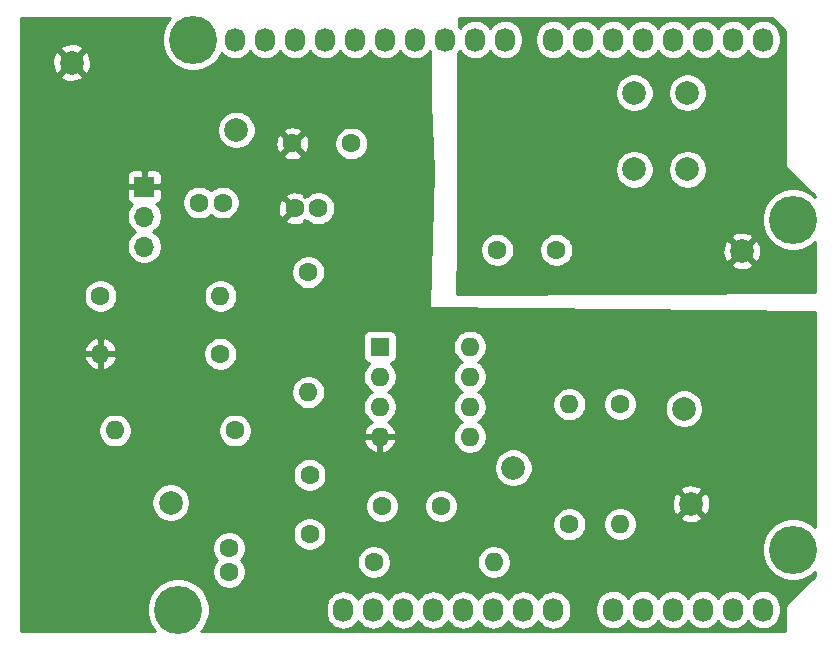
<source format=gbr>
%TF.GenerationSoftware,KiCad,Pcbnew,(5.1.9)-1*%
%TF.CreationDate,2021-05-23T14:15:34+02:00*%
%TF.ProjectId,NewRadar,4e657752-6164-4617-922e-6b696361645f,Radar_1v1.1*%
%TF.SameCoordinates,Original*%
%TF.FileFunction,Copper,L3,Inr*%
%TF.FilePolarity,Positive*%
%FSLAX46Y46*%
G04 Gerber Fmt 4.6, Leading zero omitted, Abs format (unit mm)*
G04 Created by KiCad (PCBNEW (5.1.9)-1) date 2021-05-23 14:15:34*
%MOMM*%
%LPD*%
G01*
G04 APERTURE LIST*
%TA.AperFunction,ComponentPad*%
%ADD10R,1.600000X1.600000*%
%TD*%
%TA.AperFunction,ComponentPad*%
%ADD11O,1.600000X1.600000*%
%TD*%
%TA.AperFunction,ComponentPad*%
%ADD12C,1.600000*%
%TD*%
%TA.AperFunction,ComponentPad*%
%ADD13R,1.700000X1.700000*%
%TD*%
%TA.AperFunction,ComponentPad*%
%ADD14O,1.700000X1.700000*%
%TD*%
%TA.AperFunction,ComponentPad*%
%ADD15O,1.727200X2.032000*%
%TD*%
%TA.AperFunction,ComponentPad*%
%ADD16C,4.064000*%
%TD*%
%TA.AperFunction,ComponentPad*%
%ADD17C,2.000000*%
%TD*%
%TA.AperFunction,Conductor*%
%ADD18C,0.254000*%
%TD*%
%TA.AperFunction,Conductor*%
%ADD19C,0.100000*%
%TD*%
G04 APERTURE END LIST*
D10*
X142048000Y-101565000D03*
D11*
X149668000Y-109185000D03*
X142048000Y-104105000D03*
X149668000Y-106645000D03*
X142048000Y-106645000D03*
X149668000Y-104105000D03*
X142048000Y-109185000D03*
X149668000Y-101565000D03*
D12*
X135998000Y-95265000D03*
D11*
X135998000Y-105425000D03*
D13*
X122098000Y-88015000D03*
D14*
X122098000Y-90555000D03*
X122098000Y-93095000D03*
D12*
X139648000Y-84365000D03*
X134648000Y-84365000D03*
X147248000Y-115065000D03*
X142248000Y-115065000D03*
D15*
X161798000Y-123825000D03*
X164338000Y-123825000D03*
X166878000Y-123825000D03*
X169418000Y-123825000D03*
X171958000Y-123825000D03*
X174498000Y-123825000D03*
X129794000Y-75565000D03*
X132334000Y-75565000D03*
X134874000Y-75565000D03*
X137414000Y-75565000D03*
X139954000Y-75565000D03*
X142494000Y-75565000D03*
X145034000Y-75565000D03*
X147574000Y-75565000D03*
X150114000Y-75565000D03*
X152654000Y-75565000D03*
X156718000Y-75565000D03*
X159258000Y-75565000D03*
X161798000Y-75565000D03*
X164338000Y-75565000D03*
X166878000Y-75565000D03*
X169418000Y-75565000D03*
X171958000Y-75565000D03*
X174498000Y-75565000D03*
D16*
X124968000Y-123825000D03*
X177038000Y-118745000D03*
X126238000Y-75565000D03*
X177038000Y-90805000D03*
D12*
X136848000Y-89865000D03*
X134848000Y-89865000D03*
X126748000Y-89365000D03*
X128748000Y-89365000D03*
X136098000Y-117415000D03*
X136098000Y-112415000D03*
X129298000Y-118615000D03*
X129298000Y-120615000D03*
X118398000Y-97265000D03*
D11*
X128558000Y-97265000D03*
X118388000Y-102165000D03*
D12*
X128548000Y-102165000D03*
D11*
X119638000Y-108665000D03*
D12*
X129798000Y-108665000D03*
X141538000Y-119815000D03*
D11*
X151698000Y-119815000D03*
X162398000Y-116575000D03*
D12*
X162398000Y-106415000D03*
D17*
X163598000Y-80065000D03*
X168098000Y-80065000D03*
X163598000Y-86565000D03*
X168098000Y-86565000D03*
X129898000Y-83215000D03*
X115948000Y-77515000D03*
X153348000Y-111815000D03*
X168398000Y-114865000D03*
X124348000Y-114765000D03*
X167798000Y-106815000D03*
D12*
X158098000Y-116615000D03*
D11*
X158098000Y-106455000D03*
D15*
X138958000Y-123865000D03*
X141498000Y-123865000D03*
X144038000Y-123865000D03*
X146578000Y-123865000D03*
X149118000Y-123865000D03*
X151658000Y-123865000D03*
X154198000Y-123865000D03*
X156738000Y-123865000D03*
D17*
X172698000Y-93465000D03*
D12*
X151998000Y-93365000D03*
X156998000Y-93365000D03*
D18*
X176328001Y-74843093D02*
X176328000Y-85944125D01*
X176324565Y-85979000D01*
X176328000Y-86013875D01*
X176328000Y-86013876D01*
X176338273Y-86118183D01*
X176378872Y-86252019D01*
X176444800Y-86375362D01*
X176533525Y-86483474D01*
X176560617Y-86505708D01*
X178868001Y-88813093D01*
X178868001Y-88863294D01*
X178738113Y-88733406D01*
X178301298Y-88441536D01*
X177815935Y-88240492D01*
X177300677Y-88138000D01*
X176775323Y-88138000D01*
X176260065Y-88240492D01*
X175774702Y-88441536D01*
X175337887Y-88733406D01*
X174966406Y-89104887D01*
X174674536Y-89541702D01*
X174473492Y-90027065D01*
X174371000Y-90542323D01*
X174371000Y-91067677D01*
X174473492Y-91582935D01*
X174674536Y-92068298D01*
X174966406Y-92505113D01*
X175337887Y-92876594D01*
X175774702Y-93168464D01*
X176260065Y-93369508D01*
X176775323Y-93472000D01*
X177300677Y-93472000D01*
X177815935Y-93369508D01*
X178301298Y-93168464D01*
X178738113Y-92876594D01*
X178868001Y-92746706D01*
X178868001Y-96941519D01*
X148625528Y-97087383D01*
X148641477Y-93223665D01*
X150563000Y-93223665D01*
X150563000Y-93506335D01*
X150618147Y-93783574D01*
X150726320Y-94044727D01*
X150883363Y-94279759D01*
X151083241Y-94479637D01*
X151318273Y-94636680D01*
X151579426Y-94744853D01*
X151856665Y-94800000D01*
X152139335Y-94800000D01*
X152416574Y-94744853D01*
X152677727Y-94636680D01*
X152912759Y-94479637D01*
X153112637Y-94279759D01*
X153269680Y-94044727D01*
X153377853Y-93783574D01*
X153433000Y-93506335D01*
X153433000Y-93223665D01*
X155563000Y-93223665D01*
X155563000Y-93506335D01*
X155618147Y-93783574D01*
X155726320Y-94044727D01*
X155883363Y-94279759D01*
X156083241Y-94479637D01*
X156318273Y-94636680D01*
X156579426Y-94744853D01*
X156856665Y-94800000D01*
X157139335Y-94800000D01*
X157416574Y-94744853D01*
X157677727Y-94636680D01*
X157732004Y-94600413D01*
X171742192Y-94600413D01*
X171837956Y-94864814D01*
X172127571Y-95005704D01*
X172439108Y-95087384D01*
X172760595Y-95106718D01*
X173079675Y-95062961D01*
X173384088Y-94957795D01*
X173558044Y-94864814D01*
X173653808Y-94600413D01*
X172698000Y-93644605D01*
X171742192Y-94600413D01*
X157732004Y-94600413D01*
X157912759Y-94479637D01*
X158112637Y-94279759D01*
X158269680Y-94044727D01*
X158377853Y-93783574D01*
X158428771Y-93527595D01*
X171056282Y-93527595D01*
X171100039Y-93846675D01*
X171205205Y-94151088D01*
X171298186Y-94325044D01*
X171562587Y-94420808D01*
X172518395Y-93465000D01*
X172877605Y-93465000D01*
X173833413Y-94420808D01*
X174097814Y-94325044D01*
X174238704Y-94035429D01*
X174320384Y-93723892D01*
X174339718Y-93402405D01*
X174295961Y-93083325D01*
X174190795Y-92778912D01*
X174097814Y-92604956D01*
X173833413Y-92509192D01*
X172877605Y-93465000D01*
X172518395Y-93465000D01*
X171562587Y-92509192D01*
X171298186Y-92604956D01*
X171157296Y-92894571D01*
X171075616Y-93206108D01*
X171056282Y-93527595D01*
X158428771Y-93527595D01*
X158433000Y-93506335D01*
X158433000Y-93223665D01*
X158377853Y-92946426D01*
X158269680Y-92685273D01*
X158112637Y-92450241D01*
X157991983Y-92329587D01*
X171742192Y-92329587D01*
X172698000Y-93285395D01*
X173653808Y-92329587D01*
X173558044Y-92065186D01*
X173268429Y-91924296D01*
X172956892Y-91842616D01*
X172635405Y-91823282D01*
X172316325Y-91867039D01*
X172011912Y-91972205D01*
X171837956Y-92065186D01*
X171742192Y-92329587D01*
X157991983Y-92329587D01*
X157912759Y-92250363D01*
X157677727Y-92093320D01*
X157416574Y-91985147D01*
X157139335Y-91930000D01*
X156856665Y-91930000D01*
X156579426Y-91985147D01*
X156318273Y-92093320D01*
X156083241Y-92250363D01*
X155883363Y-92450241D01*
X155726320Y-92685273D01*
X155618147Y-92946426D01*
X155563000Y-93223665D01*
X153433000Y-93223665D01*
X153377853Y-92946426D01*
X153269680Y-92685273D01*
X153112637Y-92450241D01*
X152912759Y-92250363D01*
X152677727Y-92093320D01*
X152416574Y-91985147D01*
X152139335Y-91930000D01*
X151856665Y-91930000D01*
X151579426Y-91985147D01*
X151318273Y-92093320D01*
X151083241Y-92250363D01*
X150883363Y-92450241D01*
X150726320Y-92685273D01*
X150618147Y-92946426D01*
X150563000Y-93223665D01*
X148641477Y-93223665D01*
X148669628Y-86403967D01*
X161963000Y-86403967D01*
X161963000Y-86726033D01*
X162025832Y-87041912D01*
X162149082Y-87339463D01*
X162328013Y-87607252D01*
X162555748Y-87834987D01*
X162823537Y-88013918D01*
X163121088Y-88137168D01*
X163436967Y-88200000D01*
X163759033Y-88200000D01*
X164074912Y-88137168D01*
X164372463Y-88013918D01*
X164640252Y-87834987D01*
X164867987Y-87607252D01*
X165046918Y-87339463D01*
X165170168Y-87041912D01*
X165233000Y-86726033D01*
X165233000Y-86403967D01*
X166463000Y-86403967D01*
X166463000Y-86726033D01*
X166525832Y-87041912D01*
X166649082Y-87339463D01*
X166828013Y-87607252D01*
X167055748Y-87834987D01*
X167323537Y-88013918D01*
X167621088Y-88137168D01*
X167936967Y-88200000D01*
X168259033Y-88200000D01*
X168574912Y-88137168D01*
X168872463Y-88013918D01*
X169140252Y-87834987D01*
X169367987Y-87607252D01*
X169546918Y-87339463D01*
X169670168Y-87041912D01*
X169733000Y-86726033D01*
X169733000Y-86403967D01*
X169670168Y-86088088D01*
X169546918Y-85790537D01*
X169367987Y-85522748D01*
X169140252Y-85295013D01*
X168872463Y-85116082D01*
X168574912Y-84992832D01*
X168259033Y-84930000D01*
X167936967Y-84930000D01*
X167621088Y-84992832D01*
X167323537Y-85116082D01*
X167055748Y-85295013D01*
X166828013Y-85522748D01*
X166649082Y-85790537D01*
X166525832Y-86088088D01*
X166463000Y-86403967D01*
X165233000Y-86403967D01*
X165170168Y-86088088D01*
X165046918Y-85790537D01*
X164867987Y-85522748D01*
X164640252Y-85295013D01*
X164372463Y-85116082D01*
X164074912Y-84992832D01*
X163759033Y-84930000D01*
X163436967Y-84930000D01*
X163121088Y-84992832D01*
X162823537Y-85116082D01*
X162555748Y-85295013D01*
X162328013Y-85522748D01*
X162149082Y-85790537D01*
X162025832Y-86088088D01*
X161963000Y-86403967D01*
X148669628Y-86403967D01*
X148696459Y-79903967D01*
X161963000Y-79903967D01*
X161963000Y-80226033D01*
X162025832Y-80541912D01*
X162149082Y-80839463D01*
X162328013Y-81107252D01*
X162555748Y-81334987D01*
X162823537Y-81513918D01*
X163121088Y-81637168D01*
X163436967Y-81700000D01*
X163759033Y-81700000D01*
X164074912Y-81637168D01*
X164372463Y-81513918D01*
X164640252Y-81334987D01*
X164867987Y-81107252D01*
X165046918Y-80839463D01*
X165170168Y-80541912D01*
X165233000Y-80226033D01*
X165233000Y-79903967D01*
X166463000Y-79903967D01*
X166463000Y-80226033D01*
X166525832Y-80541912D01*
X166649082Y-80839463D01*
X166828013Y-81107252D01*
X167055748Y-81334987D01*
X167323537Y-81513918D01*
X167621088Y-81637168D01*
X167936967Y-81700000D01*
X168259033Y-81700000D01*
X168574912Y-81637168D01*
X168872463Y-81513918D01*
X169140252Y-81334987D01*
X169367987Y-81107252D01*
X169546918Y-80839463D01*
X169670168Y-80541912D01*
X169733000Y-80226033D01*
X169733000Y-79903967D01*
X169670168Y-79588088D01*
X169546918Y-79290537D01*
X169367987Y-79022748D01*
X169140252Y-78795013D01*
X168872463Y-78616082D01*
X168574912Y-78492832D01*
X168259033Y-78430000D01*
X167936967Y-78430000D01*
X167621088Y-78492832D01*
X167323537Y-78616082D01*
X167055748Y-78795013D01*
X166828013Y-79022748D01*
X166649082Y-79290537D01*
X166525832Y-79588088D01*
X166463000Y-79903967D01*
X165233000Y-79903967D01*
X165170168Y-79588088D01*
X165046918Y-79290537D01*
X164867987Y-79022748D01*
X164640252Y-78795013D01*
X164372463Y-78616082D01*
X164074912Y-78492832D01*
X163759033Y-78430000D01*
X163436967Y-78430000D01*
X163121088Y-78492832D01*
X162823537Y-78616082D01*
X162555748Y-78795013D01*
X162328013Y-79022748D01*
X162149082Y-79290537D01*
X162025832Y-79588088D01*
X161963000Y-79903967D01*
X148696459Y-79903967D01*
X148709703Y-76695798D01*
X148826069Y-76554006D01*
X148844000Y-76520459D01*
X148861931Y-76554006D01*
X149049203Y-76782197D01*
X149277395Y-76969469D01*
X149537737Y-77108625D01*
X149820224Y-77194316D01*
X150114000Y-77223251D01*
X150407777Y-77194316D01*
X150690264Y-77108625D01*
X150950606Y-76969469D01*
X151178797Y-76782197D01*
X151366069Y-76554006D01*
X151384000Y-76520459D01*
X151401931Y-76554006D01*
X151589203Y-76782197D01*
X151817395Y-76969469D01*
X152077737Y-77108625D01*
X152360224Y-77194316D01*
X152654000Y-77223251D01*
X152947777Y-77194316D01*
X153230264Y-77108625D01*
X153490606Y-76969469D01*
X153718797Y-76782197D01*
X153906069Y-76554006D01*
X154045225Y-76293663D01*
X154130916Y-76011176D01*
X154152600Y-75791018D01*
X154152600Y-75338982D01*
X155219400Y-75338982D01*
X155219400Y-75791019D01*
X155241084Y-76011177D01*
X155326775Y-76293664D01*
X155465931Y-76554006D01*
X155653203Y-76782197D01*
X155881395Y-76969469D01*
X156141737Y-77108625D01*
X156424224Y-77194316D01*
X156718000Y-77223251D01*
X157011777Y-77194316D01*
X157294264Y-77108625D01*
X157554606Y-76969469D01*
X157782797Y-76782197D01*
X157970069Y-76554006D01*
X157988000Y-76520459D01*
X158005931Y-76554006D01*
X158193203Y-76782197D01*
X158421395Y-76969469D01*
X158681737Y-77108625D01*
X158964224Y-77194316D01*
X159258000Y-77223251D01*
X159551777Y-77194316D01*
X159834264Y-77108625D01*
X160094606Y-76969469D01*
X160322797Y-76782197D01*
X160510069Y-76554006D01*
X160528000Y-76520459D01*
X160545931Y-76554006D01*
X160733203Y-76782197D01*
X160961395Y-76969469D01*
X161221737Y-77108625D01*
X161504224Y-77194316D01*
X161798000Y-77223251D01*
X162091777Y-77194316D01*
X162374264Y-77108625D01*
X162634606Y-76969469D01*
X162862797Y-76782197D01*
X163050069Y-76554006D01*
X163068000Y-76520459D01*
X163085931Y-76554006D01*
X163273203Y-76782197D01*
X163501395Y-76969469D01*
X163761737Y-77108625D01*
X164044224Y-77194316D01*
X164338000Y-77223251D01*
X164631777Y-77194316D01*
X164914264Y-77108625D01*
X165174606Y-76969469D01*
X165402797Y-76782197D01*
X165590069Y-76554006D01*
X165608000Y-76520459D01*
X165625931Y-76554006D01*
X165813203Y-76782197D01*
X166041395Y-76969469D01*
X166301737Y-77108625D01*
X166584224Y-77194316D01*
X166878000Y-77223251D01*
X167171777Y-77194316D01*
X167454264Y-77108625D01*
X167714606Y-76969469D01*
X167942797Y-76782197D01*
X168130069Y-76554006D01*
X168148000Y-76520459D01*
X168165931Y-76554006D01*
X168353203Y-76782197D01*
X168581395Y-76969469D01*
X168841737Y-77108625D01*
X169124224Y-77194316D01*
X169418000Y-77223251D01*
X169711777Y-77194316D01*
X169994264Y-77108625D01*
X170254606Y-76969469D01*
X170482797Y-76782197D01*
X170670069Y-76554006D01*
X170688000Y-76520459D01*
X170705931Y-76554006D01*
X170893203Y-76782197D01*
X171121395Y-76969469D01*
X171381737Y-77108625D01*
X171664224Y-77194316D01*
X171958000Y-77223251D01*
X172251777Y-77194316D01*
X172534264Y-77108625D01*
X172794606Y-76969469D01*
X173022797Y-76782197D01*
X173210069Y-76554006D01*
X173228000Y-76520459D01*
X173245931Y-76554006D01*
X173433203Y-76782197D01*
X173661395Y-76969469D01*
X173921737Y-77108625D01*
X174204224Y-77194316D01*
X174498000Y-77223251D01*
X174791777Y-77194316D01*
X175074264Y-77108625D01*
X175334606Y-76969469D01*
X175562797Y-76782197D01*
X175750069Y-76554006D01*
X175889225Y-76293663D01*
X175974916Y-76011176D01*
X175996600Y-75791018D01*
X175996600Y-75338981D01*
X175974916Y-75118823D01*
X175889225Y-74836336D01*
X175750069Y-74575994D01*
X175562797Y-74347803D01*
X175334605Y-74160531D01*
X175074263Y-74021375D01*
X174791776Y-73935684D01*
X174498000Y-73906749D01*
X174204223Y-73935684D01*
X173921736Y-74021375D01*
X173661394Y-74160531D01*
X173433203Y-74347803D01*
X173245931Y-74575995D01*
X173228000Y-74609541D01*
X173210069Y-74575994D01*
X173022797Y-74347803D01*
X172794605Y-74160531D01*
X172534263Y-74021375D01*
X172251776Y-73935684D01*
X171958000Y-73906749D01*
X171664223Y-73935684D01*
X171381736Y-74021375D01*
X171121394Y-74160531D01*
X170893203Y-74347803D01*
X170705931Y-74575995D01*
X170688000Y-74609541D01*
X170670069Y-74575994D01*
X170482797Y-74347803D01*
X170254605Y-74160531D01*
X169994263Y-74021375D01*
X169711776Y-73935684D01*
X169418000Y-73906749D01*
X169124223Y-73935684D01*
X168841736Y-74021375D01*
X168581394Y-74160531D01*
X168353203Y-74347803D01*
X168165931Y-74575995D01*
X168148000Y-74609541D01*
X168130069Y-74575994D01*
X167942797Y-74347803D01*
X167714605Y-74160531D01*
X167454263Y-74021375D01*
X167171776Y-73935684D01*
X166878000Y-73906749D01*
X166584223Y-73935684D01*
X166301736Y-74021375D01*
X166041394Y-74160531D01*
X165813203Y-74347803D01*
X165625931Y-74575995D01*
X165608000Y-74609541D01*
X165590069Y-74575994D01*
X165402797Y-74347803D01*
X165174605Y-74160531D01*
X164914263Y-74021375D01*
X164631776Y-73935684D01*
X164338000Y-73906749D01*
X164044223Y-73935684D01*
X163761736Y-74021375D01*
X163501394Y-74160531D01*
X163273203Y-74347803D01*
X163085931Y-74575995D01*
X163068000Y-74609541D01*
X163050069Y-74575994D01*
X162862797Y-74347803D01*
X162634605Y-74160531D01*
X162374263Y-74021375D01*
X162091776Y-73935684D01*
X161798000Y-73906749D01*
X161504223Y-73935684D01*
X161221736Y-74021375D01*
X160961394Y-74160531D01*
X160733203Y-74347803D01*
X160545931Y-74575995D01*
X160528000Y-74609541D01*
X160510069Y-74575994D01*
X160322797Y-74347803D01*
X160094605Y-74160531D01*
X159834263Y-74021375D01*
X159551776Y-73935684D01*
X159258000Y-73906749D01*
X158964223Y-73935684D01*
X158681736Y-74021375D01*
X158421394Y-74160531D01*
X158193203Y-74347803D01*
X158005931Y-74575995D01*
X157988000Y-74609541D01*
X157970069Y-74575994D01*
X157782797Y-74347803D01*
X157554605Y-74160531D01*
X157294263Y-74021375D01*
X157011776Y-73935684D01*
X156718000Y-73906749D01*
X156424223Y-73935684D01*
X156141736Y-74021375D01*
X155881394Y-74160531D01*
X155653203Y-74347803D01*
X155465931Y-74575995D01*
X155326775Y-74836337D01*
X155241084Y-75118824D01*
X155219400Y-75338982D01*
X154152600Y-75338982D01*
X154152600Y-75338981D01*
X154130916Y-75118823D01*
X154045225Y-74836336D01*
X153906069Y-74575994D01*
X153718797Y-74347803D01*
X153490605Y-74160531D01*
X153230263Y-74021375D01*
X152947776Y-73935684D01*
X152654000Y-73906749D01*
X152360223Y-73935684D01*
X152077736Y-74021375D01*
X151817394Y-74160531D01*
X151589203Y-74347803D01*
X151401931Y-74575995D01*
X151384000Y-74609541D01*
X151366069Y-74575994D01*
X151178797Y-74347803D01*
X150950605Y-74160531D01*
X150690263Y-74021375D01*
X150407776Y-73935684D01*
X150114000Y-73906749D01*
X149820223Y-73935684D01*
X149537736Y-74021375D01*
X149277394Y-74160531D01*
X149049203Y-74347803D01*
X148861931Y-74575995D01*
X148844000Y-74609541D01*
X148826069Y-74575994D01*
X148718992Y-74445521D01*
X148721925Y-73735000D01*
X175219909Y-73735000D01*
X176328001Y-74843093D01*
%TA.AperFunction,Conductor*%
D19*
G36*
X176328001Y-74843093D02*
G01*
X176328000Y-85944125D01*
X176324565Y-85979000D01*
X176328000Y-86013875D01*
X176328000Y-86013876D01*
X176338273Y-86118183D01*
X176378872Y-86252019D01*
X176444800Y-86375362D01*
X176533525Y-86483474D01*
X176560617Y-86505708D01*
X178868001Y-88813093D01*
X178868001Y-88863294D01*
X178738113Y-88733406D01*
X178301298Y-88441536D01*
X177815935Y-88240492D01*
X177300677Y-88138000D01*
X176775323Y-88138000D01*
X176260065Y-88240492D01*
X175774702Y-88441536D01*
X175337887Y-88733406D01*
X174966406Y-89104887D01*
X174674536Y-89541702D01*
X174473492Y-90027065D01*
X174371000Y-90542323D01*
X174371000Y-91067677D01*
X174473492Y-91582935D01*
X174674536Y-92068298D01*
X174966406Y-92505113D01*
X175337887Y-92876594D01*
X175774702Y-93168464D01*
X176260065Y-93369508D01*
X176775323Y-93472000D01*
X177300677Y-93472000D01*
X177815935Y-93369508D01*
X178301298Y-93168464D01*
X178738113Y-92876594D01*
X178868001Y-92746706D01*
X178868001Y-96941519D01*
X148625528Y-97087383D01*
X148641477Y-93223665D01*
X150563000Y-93223665D01*
X150563000Y-93506335D01*
X150618147Y-93783574D01*
X150726320Y-94044727D01*
X150883363Y-94279759D01*
X151083241Y-94479637D01*
X151318273Y-94636680D01*
X151579426Y-94744853D01*
X151856665Y-94800000D01*
X152139335Y-94800000D01*
X152416574Y-94744853D01*
X152677727Y-94636680D01*
X152912759Y-94479637D01*
X153112637Y-94279759D01*
X153269680Y-94044727D01*
X153377853Y-93783574D01*
X153433000Y-93506335D01*
X153433000Y-93223665D01*
X155563000Y-93223665D01*
X155563000Y-93506335D01*
X155618147Y-93783574D01*
X155726320Y-94044727D01*
X155883363Y-94279759D01*
X156083241Y-94479637D01*
X156318273Y-94636680D01*
X156579426Y-94744853D01*
X156856665Y-94800000D01*
X157139335Y-94800000D01*
X157416574Y-94744853D01*
X157677727Y-94636680D01*
X157732004Y-94600413D01*
X171742192Y-94600413D01*
X171837956Y-94864814D01*
X172127571Y-95005704D01*
X172439108Y-95087384D01*
X172760595Y-95106718D01*
X173079675Y-95062961D01*
X173384088Y-94957795D01*
X173558044Y-94864814D01*
X173653808Y-94600413D01*
X172698000Y-93644605D01*
X171742192Y-94600413D01*
X157732004Y-94600413D01*
X157912759Y-94479637D01*
X158112637Y-94279759D01*
X158269680Y-94044727D01*
X158377853Y-93783574D01*
X158428771Y-93527595D01*
X171056282Y-93527595D01*
X171100039Y-93846675D01*
X171205205Y-94151088D01*
X171298186Y-94325044D01*
X171562587Y-94420808D01*
X172518395Y-93465000D01*
X172877605Y-93465000D01*
X173833413Y-94420808D01*
X174097814Y-94325044D01*
X174238704Y-94035429D01*
X174320384Y-93723892D01*
X174339718Y-93402405D01*
X174295961Y-93083325D01*
X174190795Y-92778912D01*
X174097814Y-92604956D01*
X173833413Y-92509192D01*
X172877605Y-93465000D01*
X172518395Y-93465000D01*
X171562587Y-92509192D01*
X171298186Y-92604956D01*
X171157296Y-92894571D01*
X171075616Y-93206108D01*
X171056282Y-93527595D01*
X158428771Y-93527595D01*
X158433000Y-93506335D01*
X158433000Y-93223665D01*
X158377853Y-92946426D01*
X158269680Y-92685273D01*
X158112637Y-92450241D01*
X157991983Y-92329587D01*
X171742192Y-92329587D01*
X172698000Y-93285395D01*
X173653808Y-92329587D01*
X173558044Y-92065186D01*
X173268429Y-91924296D01*
X172956892Y-91842616D01*
X172635405Y-91823282D01*
X172316325Y-91867039D01*
X172011912Y-91972205D01*
X171837956Y-92065186D01*
X171742192Y-92329587D01*
X157991983Y-92329587D01*
X157912759Y-92250363D01*
X157677727Y-92093320D01*
X157416574Y-91985147D01*
X157139335Y-91930000D01*
X156856665Y-91930000D01*
X156579426Y-91985147D01*
X156318273Y-92093320D01*
X156083241Y-92250363D01*
X155883363Y-92450241D01*
X155726320Y-92685273D01*
X155618147Y-92946426D01*
X155563000Y-93223665D01*
X153433000Y-93223665D01*
X153377853Y-92946426D01*
X153269680Y-92685273D01*
X153112637Y-92450241D01*
X152912759Y-92250363D01*
X152677727Y-92093320D01*
X152416574Y-91985147D01*
X152139335Y-91930000D01*
X151856665Y-91930000D01*
X151579426Y-91985147D01*
X151318273Y-92093320D01*
X151083241Y-92250363D01*
X150883363Y-92450241D01*
X150726320Y-92685273D01*
X150618147Y-92946426D01*
X150563000Y-93223665D01*
X148641477Y-93223665D01*
X148669628Y-86403967D01*
X161963000Y-86403967D01*
X161963000Y-86726033D01*
X162025832Y-87041912D01*
X162149082Y-87339463D01*
X162328013Y-87607252D01*
X162555748Y-87834987D01*
X162823537Y-88013918D01*
X163121088Y-88137168D01*
X163436967Y-88200000D01*
X163759033Y-88200000D01*
X164074912Y-88137168D01*
X164372463Y-88013918D01*
X164640252Y-87834987D01*
X164867987Y-87607252D01*
X165046918Y-87339463D01*
X165170168Y-87041912D01*
X165233000Y-86726033D01*
X165233000Y-86403967D01*
X166463000Y-86403967D01*
X166463000Y-86726033D01*
X166525832Y-87041912D01*
X166649082Y-87339463D01*
X166828013Y-87607252D01*
X167055748Y-87834987D01*
X167323537Y-88013918D01*
X167621088Y-88137168D01*
X167936967Y-88200000D01*
X168259033Y-88200000D01*
X168574912Y-88137168D01*
X168872463Y-88013918D01*
X169140252Y-87834987D01*
X169367987Y-87607252D01*
X169546918Y-87339463D01*
X169670168Y-87041912D01*
X169733000Y-86726033D01*
X169733000Y-86403967D01*
X169670168Y-86088088D01*
X169546918Y-85790537D01*
X169367987Y-85522748D01*
X169140252Y-85295013D01*
X168872463Y-85116082D01*
X168574912Y-84992832D01*
X168259033Y-84930000D01*
X167936967Y-84930000D01*
X167621088Y-84992832D01*
X167323537Y-85116082D01*
X167055748Y-85295013D01*
X166828013Y-85522748D01*
X166649082Y-85790537D01*
X166525832Y-86088088D01*
X166463000Y-86403967D01*
X165233000Y-86403967D01*
X165170168Y-86088088D01*
X165046918Y-85790537D01*
X164867987Y-85522748D01*
X164640252Y-85295013D01*
X164372463Y-85116082D01*
X164074912Y-84992832D01*
X163759033Y-84930000D01*
X163436967Y-84930000D01*
X163121088Y-84992832D01*
X162823537Y-85116082D01*
X162555748Y-85295013D01*
X162328013Y-85522748D01*
X162149082Y-85790537D01*
X162025832Y-86088088D01*
X161963000Y-86403967D01*
X148669628Y-86403967D01*
X148696459Y-79903967D01*
X161963000Y-79903967D01*
X161963000Y-80226033D01*
X162025832Y-80541912D01*
X162149082Y-80839463D01*
X162328013Y-81107252D01*
X162555748Y-81334987D01*
X162823537Y-81513918D01*
X163121088Y-81637168D01*
X163436967Y-81700000D01*
X163759033Y-81700000D01*
X164074912Y-81637168D01*
X164372463Y-81513918D01*
X164640252Y-81334987D01*
X164867987Y-81107252D01*
X165046918Y-80839463D01*
X165170168Y-80541912D01*
X165233000Y-80226033D01*
X165233000Y-79903967D01*
X166463000Y-79903967D01*
X166463000Y-80226033D01*
X166525832Y-80541912D01*
X166649082Y-80839463D01*
X166828013Y-81107252D01*
X167055748Y-81334987D01*
X167323537Y-81513918D01*
X167621088Y-81637168D01*
X167936967Y-81700000D01*
X168259033Y-81700000D01*
X168574912Y-81637168D01*
X168872463Y-81513918D01*
X169140252Y-81334987D01*
X169367987Y-81107252D01*
X169546918Y-80839463D01*
X169670168Y-80541912D01*
X169733000Y-80226033D01*
X169733000Y-79903967D01*
X169670168Y-79588088D01*
X169546918Y-79290537D01*
X169367987Y-79022748D01*
X169140252Y-78795013D01*
X168872463Y-78616082D01*
X168574912Y-78492832D01*
X168259033Y-78430000D01*
X167936967Y-78430000D01*
X167621088Y-78492832D01*
X167323537Y-78616082D01*
X167055748Y-78795013D01*
X166828013Y-79022748D01*
X166649082Y-79290537D01*
X166525832Y-79588088D01*
X166463000Y-79903967D01*
X165233000Y-79903967D01*
X165170168Y-79588088D01*
X165046918Y-79290537D01*
X164867987Y-79022748D01*
X164640252Y-78795013D01*
X164372463Y-78616082D01*
X164074912Y-78492832D01*
X163759033Y-78430000D01*
X163436967Y-78430000D01*
X163121088Y-78492832D01*
X162823537Y-78616082D01*
X162555748Y-78795013D01*
X162328013Y-79022748D01*
X162149082Y-79290537D01*
X162025832Y-79588088D01*
X161963000Y-79903967D01*
X148696459Y-79903967D01*
X148709703Y-76695798D01*
X148826069Y-76554006D01*
X148844000Y-76520459D01*
X148861931Y-76554006D01*
X149049203Y-76782197D01*
X149277395Y-76969469D01*
X149537737Y-77108625D01*
X149820224Y-77194316D01*
X150114000Y-77223251D01*
X150407777Y-77194316D01*
X150690264Y-77108625D01*
X150950606Y-76969469D01*
X151178797Y-76782197D01*
X151366069Y-76554006D01*
X151384000Y-76520459D01*
X151401931Y-76554006D01*
X151589203Y-76782197D01*
X151817395Y-76969469D01*
X152077737Y-77108625D01*
X152360224Y-77194316D01*
X152654000Y-77223251D01*
X152947777Y-77194316D01*
X153230264Y-77108625D01*
X153490606Y-76969469D01*
X153718797Y-76782197D01*
X153906069Y-76554006D01*
X154045225Y-76293663D01*
X154130916Y-76011176D01*
X154152600Y-75791018D01*
X154152600Y-75338982D01*
X155219400Y-75338982D01*
X155219400Y-75791019D01*
X155241084Y-76011177D01*
X155326775Y-76293664D01*
X155465931Y-76554006D01*
X155653203Y-76782197D01*
X155881395Y-76969469D01*
X156141737Y-77108625D01*
X156424224Y-77194316D01*
X156718000Y-77223251D01*
X157011777Y-77194316D01*
X157294264Y-77108625D01*
X157554606Y-76969469D01*
X157782797Y-76782197D01*
X157970069Y-76554006D01*
X157988000Y-76520459D01*
X158005931Y-76554006D01*
X158193203Y-76782197D01*
X158421395Y-76969469D01*
X158681737Y-77108625D01*
X158964224Y-77194316D01*
X159258000Y-77223251D01*
X159551777Y-77194316D01*
X159834264Y-77108625D01*
X160094606Y-76969469D01*
X160322797Y-76782197D01*
X160510069Y-76554006D01*
X160528000Y-76520459D01*
X160545931Y-76554006D01*
X160733203Y-76782197D01*
X160961395Y-76969469D01*
X161221737Y-77108625D01*
X161504224Y-77194316D01*
X161798000Y-77223251D01*
X162091777Y-77194316D01*
X162374264Y-77108625D01*
X162634606Y-76969469D01*
X162862797Y-76782197D01*
X163050069Y-76554006D01*
X163068000Y-76520459D01*
X163085931Y-76554006D01*
X163273203Y-76782197D01*
X163501395Y-76969469D01*
X163761737Y-77108625D01*
X164044224Y-77194316D01*
X164338000Y-77223251D01*
X164631777Y-77194316D01*
X164914264Y-77108625D01*
X165174606Y-76969469D01*
X165402797Y-76782197D01*
X165590069Y-76554006D01*
X165608000Y-76520459D01*
X165625931Y-76554006D01*
X165813203Y-76782197D01*
X166041395Y-76969469D01*
X166301737Y-77108625D01*
X166584224Y-77194316D01*
X166878000Y-77223251D01*
X167171777Y-77194316D01*
X167454264Y-77108625D01*
X167714606Y-76969469D01*
X167942797Y-76782197D01*
X168130069Y-76554006D01*
X168148000Y-76520459D01*
X168165931Y-76554006D01*
X168353203Y-76782197D01*
X168581395Y-76969469D01*
X168841737Y-77108625D01*
X169124224Y-77194316D01*
X169418000Y-77223251D01*
X169711777Y-77194316D01*
X169994264Y-77108625D01*
X170254606Y-76969469D01*
X170482797Y-76782197D01*
X170670069Y-76554006D01*
X170688000Y-76520459D01*
X170705931Y-76554006D01*
X170893203Y-76782197D01*
X171121395Y-76969469D01*
X171381737Y-77108625D01*
X171664224Y-77194316D01*
X171958000Y-77223251D01*
X172251777Y-77194316D01*
X172534264Y-77108625D01*
X172794606Y-76969469D01*
X173022797Y-76782197D01*
X173210069Y-76554006D01*
X173228000Y-76520459D01*
X173245931Y-76554006D01*
X173433203Y-76782197D01*
X173661395Y-76969469D01*
X173921737Y-77108625D01*
X174204224Y-77194316D01*
X174498000Y-77223251D01*
X174791777Y-77194316D01*
X175074264Y-77108625D01*
X175334606Y-76969469D01*
X175562797Y-76782197D01*
X175750069Y-76554006D01*
X175889225Y-76293663D01*
X175974916Y-76011176D01*
X175996600Y-75791018D01*
X175996600Y-75338981D01*
X175974916Y-75118823D01*
X175889225Y-74836336D01*
X175750069Y-74575994D01*
X175562797Y-74347803D01*
X175334605Y-74160531D01*
X175074263Y-74021375D01*
X174791776Y-73935684D01*
X174498000Y-73906749D01*
X174204223Y-73935684D01*
X173921736Y-74021375D01*
X173661394Y-74160531D01*
X173433203Y-74347803D01*
X173245931Y-74575995D01*
X173228000Y-74609541D01*
X173210069Y-74575994D01*
X173022797Y-74347803D01*
X172794605Y-74160531D01*
X172534263Y-74021375D01*
X172251776Y-73935684D01*
X171958000Y-73906749D01*
X171664223Y-73935684D01*
X171381736Y-74021375D01*
X171121394Y-74160531D01*
X170893203Y-74347803D01*
X170705931Y-74575995D01*
X170688000Y-74609541D01*
X170670069Y-74575994D01*
X170482797Y-74347803D01*
X170254605Y-74160531D01*
X169994263Y-74021375D01*
X169711776Y-73935684D01*
X169418000Y-73906749D01*
X169124223Y-73935684D01*
X168841736Y-74021375D01*
X168581394Y-74160531D01*
X168353203Y-74347803D01*
X168165931Y-74575995D01*
X168148000Y-74609541D01*
X168130069Y-74575994D01*
X167942797Y-74347803D01*
X167714605Y-74160531D01*
X167454263Y-74021375D01*
X167171776Y-73935684D01*
X166878000Y-73906749D01*
X166584223Y-73935684D01*
X166301736Y-74021375D01*
X166041394Y-74160531D01*
X165813203Y-74347803D01*
X165625931Y-74575995D01*
X165608000Y-74609541D01*
X165590069Y-74575994D01*
X165402797Y-74347803D01*
X165174605Y-74160531D01*
X164914263Y-74021375D01*
X164631776Y-73935684D01*
X164338000Y-73906749D01*
X164044223Y-73935684D01*
X163761736Y-74021375D01*
X163501394Y-74160531D01*
X163273203Y-74347803D01*
X163085931Y-74575995D01*
X163068000Y-74609541D01*
X163050069Y-74575994D01*
X162862797Y-74347803D01*
X162634605Y-74160531D01*
X162374263Y-74021375D01*
X162091776Y-73935684D01*
X161798000Y-73906749D01*
X161504223Y-73935684D01*
X161221736Y-74021375D01*
X160961394Y-74160531D01*
X160733203Y-74347803D01*
X160545931Y-74575995D01*
X160528000Y-74609541D01*
X160510069Y-74575994D01*
X160322797Y-74347803D01*
X160094605Y-74160531D01*
X159834263Y-74021375D01*
X159551776Y-73935684D01*
X159258000Y-73906749D01*
X158964223Y-73935684D01*
X158681736Y-74021375D01*
X158421394Y-74160531D01*
X158193203Y-74347803D01*
X158005931Y-74575995D01*
X157988000Y-74609541D01*
X157970069Y-74575994D01*
X157782797Y-74347803D01*
X157554605Y-74160531D01*
X157294263Y-74021375D01*
X157011776Y-73935684D01*
X156718000Y-73906749D01*
X156424223Y-73935684D01*
X156141736Y-74021375D01*
X155881394Y-74160531D01*
X155653203Y-74347803D01*
X155465931Y-74575995D01*
X155326775Y-74836337D01*
X155241084Y-75118824D01*
X155219400Y-75338982D01*
X154152600Y-75338982D01*
X154152600Y-75338981D01*
X154130916Y-75118823D01*
X154045225Y-74836336D01*
X153906069Y-74575994D01*
X153718797Y-74347803D01*
X153490605Y-74160531D01*
X153230263Y-74021375D01*
X152947776Y-73935684D01*
X152654000Y-73906749D01*
X152360223Y-73935684D01*
X152077736Y-74021375D01*
X151817394Y-74160531D01*
X151589203Y-74347803D01*
X151401931Y-74575995D01*
X151384000Y-74609541D01*
X151366069Y-74575994D01*
X151178797Y-74347803D01*
X150950605Y-74160531D01*
X150690263Y-74021375D01*
X150407776Y-73935684D01*
X150114000Y-73906749D01*
X149820223Y-73935684D01*
X149537736Y-74021375D01*
X149277394Y-74160531D01*
X149049203Y-74347803D01*
X148861931Y-74575995D01*
X148844000Y-74609541D01*
X148826069Y-74575994D01*
X148718992Y-74445521D01*
X148721925Y-73735000D01*
X175219909Y-73735000D01*
X176328001Y-74843093D01*
G37*
%TD.AperFunction*%
D18*
X124166406Y-73864887D02*
X123874536Y-74301702D01*
X123673492Y-74787065D01*
X123571000Y-75302323D01*
X123571000Y-75827677D01*
X123673492Y-76342935D01*
X123874536Y-76828298D01*
X124166406Y-77265113D01*
X124537887Y-77636594D01*
X124974702Y-77928464D01*
X125460065Y-78129508D01*
X125975323Y-78232000D01*
X126500677Y-78232000D01*
X127015935Y-78129508D01*
X127501298Y-77928464D01*
X127938113Y-77636594D01*
X128309594Y-77265113D01*
X128601464Y-76828298D01*
X128657001Y-76694219D01*
X128729203Y-76782197D01*
X128957395Y-76969469D01*
X129217737Y-77108625D01*
X129500224Y-77194316D01*
X129794000Y-77223251D01*
X130087777Y-77194316D01*
X130370264Y-77108625D01*
X130630606Y-76969469D01*
X130858797Y-76782197D01*
X131046069Y-76554006D01*
X131064000Y-76520459D01*
X131081931Y-76554006D01*
X131269203Y-76782197D01*
X131497395Y-76969469D01*
X131757737Y-77108625D01*
X132040224Y-77194316D01*
X132334000Y-77223251D01*
X132627777Y-77194316D01*
X132910264Y-77108625D01*
X133170606Y-76969469D01*
X133398797Y-76782197D01*
X133586069Y-76554006D01*
X133604000Y-76520459D01*
X133621931Y-76554006D01*
X133809203Y-76782197D01*
X134037395Y-76969469D01*
X134297737Y-77108625D01*
X134580224Y-77194316D01*
X134874000Y-77223251D01*
X135167777Y-77194316D01*
X135450264Y-77108625D01*
X135710606Y-76969469D01*
X135938797Y-76782197D01*
X136126069Y-76554006D01*
X136144000Y-76520459D01*
X136161931Y-76554006D01*
X136349203Y-76782197D01*
X136577395Y-76969469D01*
X136837737Y-77108625D01*
X137120224Y-77194316D01*
X137414000Y-77223251D01*
X137707777Y-77194316D01*
X137990264Y-77108625D01*
X138250606Y-76969469D01*
X138478797Y-76782197D01*
X138666069Y-76554006D01*
X138684000Y-76520459D01*
X138701931Y-76554006D01*
X138889203Y-76782197D01*
X139117395Y-76969469D01*
X139377737Y-77108625D01*
X139660224Y-77194316D01*
X139954000Y-77223251D01*
X140247777Y-77194316D01*
X140530264Y-77108625D01*
X140790606Y-76969469D01*
X141018797Y-76782197D01*
X141206069Y-76554006D01*
X141224000Y-76520459D01*
X141241931Y-76554006D01*
X141429203Y-76782197D01*
X141657395Y-76969469D01*
X141917737Y-77108625D01*
X142200224Y-77194316D01*
X142494000Y-77223251D01*
X142787777Y-77194316D01*
X143070264Y-77108625D01*
X143330606Y-76969469D01*
X143558797Y-76782197D01*
X143746069Y-76554006D01*
X143764000Y-76520459D01*
X143781931Y-76554006D01*
X143969203Y-76782197D01*
X144197395Y-76969469D01*
X144457737Y-77108625D01*
X144740224Y-77194316D01*
X145034000Y-77223251D01*
X145327777Y-77194316D01*
X145610264Y-77108625D01*
X145870606Y-76969469D01*
X146098797Y-76782197D01*
X146286069Y-76554006D01*
X146293381Y-76540326D01*
X146321003Y-80890806D01*
X146321076Y-80894396D01*
X146520938Y-86665402D01*
X146196050Y-98186420D01*
X146197791Y-98211255D01*
X146204344Y-98235274D01*
X146215456Y-98257553D01*
X146230702Y-98277235D01*
X146249494Y-98293566D01*
X146271111Y-98305916D01*
X146294722Y-98313812D01*
X146321759Y-98316994D01*
X178868001Y-98635115D01*
X178868000Y-116803293D01*
X178738113Y-116673406D01*
X178301298Y-116381536D01*
X177815935Y-116180492D01*
X177300677Y-116078000D01*
X176775323Y-116078000D01*
X176260065Y-116180492D01*
X175774702Y-116381536D01*
X175337887Y-116673406D01*
X174966406Y-117044887D01*
X174674536Y-117481702D01*
X174473492Y-117967065D01*
X174371000Y-118482323D01*
X174371000Y-119007677D01*
X174473492Y-119522935D01*
X174674536Y-120008298D01*
X174966406Y-120445113D01*
X175337887Y-120816594D01*
X175774702Y-121108464D01*
X176260065Y-121309508D01*
X176775323Y-121412000D01*
X177300677Y-121412000D01*
X177815935Y-121309508D01*
X178301298Y-121108464D01*
X178738113Y-120816594D01*
X178868000Y-120686707D01*
X178868000Y-120990908D01*
X176560617Y-123298292D01*
X176533526Y-123320525D01*
X176511293Y-123347616D01*
X176444801Y-123428637D01*
X176378872Y-123551981D01*
X176338274Y-123685816D01*
X176324565Y-123825000D01*
X176328001Y-123859885D01*
X176328000Y-125655000D01*
X126909707Y-125655000D01*
X127039594Y-125525113D01*
X127331464Y-125088298D01*
X127532508Y-124602935D01*
X127635000Y-124087677D01*
X127635000Y-123638982D01*
X137459400Y-123638982D01*
X137459400Y-124091019D01*
X137481084Y-124311177D01*
X137566775Y-124593664D01*
X137705931Y-124854006D01*
X137893203Y-125082197D01*
X138121395Y-125269469D01*
X138381737Y-125408625D01*
X138664224Y-125494316D01*
X138958000Y-125523251D01*
X139251777Y-125494316D01*
X139534264Y-125408625D01*
X139794606Y-125269469D01*
X140022797Y-125082197D01*
X140210069Y-124854006D01*
X140228000Y-124820459D01*
X140245931Y-124854006D01*
X140433203Y-125082197D01*
X140661395Y-125269469D01*
X140921737Y-125408625D01*
X141204224Y-125494316D01*
X141498000Y-125523251D01*
X141791777Y-125494316D01*
X142074264Y-125408625D01*
X142334606Y-125269469D01*
X142562797Y-125082197D01*
X142750069Y-124854006D01*
X142768000Y-124820459D01*
X142785931Y-124854006D01*
X142973203Y-125082197D01*
X143201395Y-125269469D01*
X143461737Y-125408625D01*
X143744224Y-125494316D01*
X144038000Y-125523251D01*
X144331777Y-125494316D01*
X144614264Y-125408625D01*
X144874606Y-125269469D01*
X145102797Y-125082197D01*
X145290069Y-124854006D01*
X145308000Y-124820459D01*
X145325931Y-124854006D01*
X145513203Y-125082197D01*
X145741395Y-125269469D01*
X146001737Y-125408625D01*
X146284224Y-125494316D01*
X146578000Y-125523251D01*
X146871777Y-125494316D01*
X147154264Y-125408625D01*
X147414606Y-125269469D01*
X147642797Y-125082197D01*
X147830069Y-124854006D01*
X147848000Y-124820459D01*
X147865931Y-124854006D01*
X148053203Y-125082197D01*
X148281395Y-125269469D01*
X148541737Y-125408625D01*
X148824224Y-125494316D01*
X149118000Y-125523251D01*
X149411777Y-125494316D01*
X149694264Y-125408625D01*
X149954606Y-125269469D01*
X150182797Y-125082197D01*
X150370069Y-124854006D01*
X150388000Y-124820459D01*
X150405931Y-124854006D01*
X150593203Y-125082197D01*
X150821395Y-125269469D01*
X151081737Y-125408625D01*
X151364224Y-125494316D01*
X151658000Y-125523251D01*
X151951777Y-125494316D01*
X152234264Y-125408625D01*
X152494606Y-125269469D01*
X152722797Y-125082197D01*
X152910069Y-124854006D01*
X152928000Y-124820459D01*
X152945931Y-124854006D01*
X153133203Y-125082197D01*
X153361395Y-125269469D01*
X153621737Y-125408625D01*
X153904224Y-125494316D01*
X154198000Y-125523251D01*
X154491777Y-125494316D01*
X154774264Y-125408625D01*
X155034606Y-125269469D01*
X155262797Y-125082197D01*
X155450069Y-124854006D01*
X155468000Y-124820459D01*
X155485931Y-124854006D01*
X155673203Y-125082197D01*
X155901395Y-125269469D01*
X156161737Y-125408625D01*
X156444224Y-125494316D01*
X156738000Y-125523251D01*
X157031777Y-125494316D01*
X157314264Y-125408625D01*
X157574606Y-125269469D01*
X157802797Y-125082197D01*
X157990069Y-124854006D01*
X158129225Y-124593663D01*
X158214916Y-124311176D01*
X158236600Y-124091018D01*
X158236600Y-123638981D01*
X158232661Y-123598982D01*
X160299400Y-123598982D01*
X160299400Y-124051019D01*
X160321084Y-124271177D01*
X160406775Y-124553664D01*
X160545931Y-124814006D01*
X160733203Y-125042197D01*
X160961395Y-125229469D01*
X161221737Y-125368625D01*
X161504224Y-125454316D01*
X161798000Y-125483251D01*
X162091777Y-125454316D01*
X162374264Y-125368625D01*
X162634606Y-125229469D01*
X162862797Y-125042197D01*
X163050069Y-124814006D01*
X163068000Y-124780459D01*
X163085931Y-124814006D01*
X163273203Y-125042197D01*
X163501395Y-125229469D01*
X163761737Y-125368625D01*
X164044224Y-125454316D01*
X164338000Y-125483251D01*
X164631777Y-125454316D01*
X164914264Y-125368625D01*
X165174606Y-125229469D01*
X165402797Y-125042197D01*
X165590069Y-124814006D01*
X165608000Y-124780459D01*
X165625931Y-124814006D01*
X165813203Y-125042197D01*
X166041395Y-125229469D01*
X166301737Y-125368625D01*
X166584224Y-125454316D01*
X166878000Y-125483251D01*
X167171777Y-125454316D01*
X167454264Y-125368625D01*
X167714606Y-125229469D01*
X167942797Y-125042197D01*
X168130069Y-124814006D01*
X168148000Y-124780459D01*
X168165931Y-124814006D01*
X168353203Y-125042197D01*
X168581395Y-125229469D01*
X168841737Y-125368625D01*
X169124224Y-125454316D01*
X169418000Y-125483251D01*
X169711777Y-125454316D01*
X169994264Y-125368625D01*
X170254606Y-125229469D01*
X170482797Y-125042197D01*
X170670069Y-124814006D01*
X170688000Y-124780459D01*
X170705931Y-124814006D01*
X170893203Y-125042197D01*
X171121395Y-125229469D01*
X171381737Y-125368625D01*
X171664224Y-125454316D01*
X171958000Y-125483251D01*
X172251777Y-125454316D01*
X172534264Y-125368625D01*
X172794606Y-125229469D01*
X173022797Y-125042197D01*
X173210069Y-124814006D01*
X173228000Y-124780459D01*
X173245931Y-124814006D01*
X173433203Y-125042197D01*
X173661395Y-125229469D01*
X173921737Y-125368625D01*
X174204224Y-125454316D01*
X174498000Y-125483251D01*
X174791777Y-125454316D01*
X175074264Y-125368625D01*
X175334606Y-125229469D01*
X175562797Y-125042197D01*
X175750069Y-124814006D01*
X175889225Y-124553663D01*
X175974916Y-124271176D01*
X175996600Y-124051018D01*
X175996600Y-123598981D01*
X175974916Y-123378823D01*
X175889225Y-123096336D01*
X175750069Y-122835994D01*
X175562797Y-122607803D01*
X175334605Y-122420531D01*
X175074263Y-122281375D01*
X174791776Y-122195684D01*
X174498000Y-122166749D01*
X174204223Y-122195684D01*
X173921736Y-122281375D01*
X173661394Y-122420531D01*
X173433203Y-122607803D01*
X173245931Y-122835995D01*
X173228000Y-122869541D01*
X173210069Y-122835994D01*
X173022797Y-122607803D01*
X172794605Y-122420531D01*
X172534263Y-122281375D01*
X172251776Y-122195684D01*
X171958000Y-122166749D01*
X171664223Y-122195684D01*
X171381736Y-122281375D01*
X171121394Y-122420531D01*
X170893203Y-122607803D01*
X170705931Y-122835995D01*
X170688000Y-122869541D01*
X170670069Y-122835994D01*
X170482797Y-122607803D01*
X170254605Y-122420531D01*
X169994263Y-122281375D01*
X169711776Y-122195684D01*
X169418000Y-122166749D01*
X169124223Y-122195684D01*
X168841736Y-122281375D01*
X168581394Y-122420531D01*
X168353203Y-122607803D01*
X168165931Y-122835995D01*
X168148000Y-122869541D01*
X168130069Y-122835994D01*
X167942797Y-122607803D01*
X167714605Y-122420531D01*
X167454263Y-122281375D01*
X167171776Y-122195684D01*
X166878000Y-122166749D01*
X166584223Y-122195684D01*
X166301736Y-122281375D01*
X166041394Y-122420531D01*
X165813203Y-122607803D01*
X165625931Y-122835995D01*
X165608000Y-122869541D01*
X165590069Y-122835994D01*
X165402797Y-122607803D01*
X165174605Y-122420531D01*
X164914263Y-122281375D01*
X164631776Y-122195684D01*
X164338000Y-122166749D01*
X164044223Y-122195684D01*
X163761736Y-122281375D01*
X163501394Y-122420531D01*
X163273203Y-122607803D01*
X163085931Y-122835995D01*
X163068000Y-122869541D01*
X163050069Y-122835994D01*
X162862797Y-122607803D01*
X162634605Y-122420531D01*
X162374263Y-122281375D01*
X162091776Y-122195684D01*
X161798000Y-122166749D01*
X161504223Y-122195684D01*
X161221736Y-122281375D01*
X160961394Y-122420531D01*
X160733203Y-122607803D01*
X160545931Y-122835995D01*
X160406775Y-123096337D01*
X160321084Y-123378824D01*
X160299400Y-123598982D01*
X158232661Y-123598982D01*
X158214916Y-123418823D01*
X158129225Y-123136336D01*
X157990069Y-122875994D01*
X157802797Y-122647803D01*
X157574605Y-122460531D01*
X157314263Y-122321375D01*
X157031776Y-122235684D01*
X156738000Y-122206749D01*
X156444223Y-122235684D01*
X156161736Y-122321375D01*
X155901394Y-122460531D01*
X155673203Y-122647803D01*
X155485931Y-122875995D01*
X155468000Y-122909541D01*
X155450069Y-122875994D01*
X155262797Y-122647803D01*
X155034605Y-122460531D01*
X154774263Y-122321375D01*
X154491776Y-122235684D01*
X154198000Y-122206749D01*
X153904223Y-122235684D01*
X153621736Y-122321375D01*
X153361394Y-122460531D01*
X153133203Y-122647803D01*
X152945931Y-122875995D01*
X152928000Y-122909541D01*
X152910069Y-122875994D01*
X152722797Y-122647803D01*
X152494605Y-122460531D01*
X152234263Y-122321375D01*
X151951776Y-122235684D01*
X151658000Y-122206749D01*
X151364223Y-122235684D01*
X151081736Y-122321375D01*
X150821394Y-122460531D01*
X150593203Y-122647803D01*
X150405931Y-122875995D01*
X150388000Y-122909541D01*
X150370069Y-122875994D01*
X150182797Y-122647803D01*
X149954605Y-122460531D01*
X149694263Y-122321375D01*
X149411776Y-122235684D01*
X149118000Y-122206749D01*
X148824223Y-122235684D01*
X148541736Y-122321375D01*
X148281394Y-122460531D01*
X148053203Y-122647803D01*
X147865931Y-122875995D01*
X147848000Y-122909541D01*
X147830069Y-122875994D01*
X147642797Y-122647803D01*
X147414605Y-122460531D01*
X147154263Y-122321375D01*
X146871776Y-122235684D01*
X146578000Y-122206749D01*
X146284223Y-122235684D01*
X146001736Y-122321375D01*
X145741394Y-122460531D01*
X145513203Y-122647803D01*
X145325931Y-122875995D01*
X145308000Y-122909541D01*
X145290069Y-122875994D01*
X145102797Y-122647803D01*
X144874605Y-122460531D01*
X144614263Y-122321375D01*
X144331776Y-122235684D01*
X144038000Y-122206749D01*
X143744223Y-122235684D01*
X143461736Y-122321375D01*
X143201394Y-122460531D01*
X142973203Y-122647803D01*
X142785931Y-122875995D01*
X142768000Y-122909541D01*
X142750069Y-122875994D01*
X142562797Y-122647803D01*
X142334605Y-122460531D01*
X142074263Y-122321375D01*
X141791776Y-122235684D01*
X141498000Y-122206749D01*
X141204223Y-122235684D01*
X140921736Y-122321375D01*
X140661394Y-122460531D01*
X140433203Y-122647803D01*
X140245931Y-122875995D01*
X140228000Y-122909541D01*
X140210069Y-122875994D01*
X140022797Y-122647803D01*
X139794605Y-122460531D01*
X139534263Y-122321375D01*
X139251776Y-122235684D01*
X138958000Y-122206749D01*
X138664223Y-122235684D01*
X138381736Y-122321375D01*
X138121394Y-122460531D01*
X137893203Y-122647803D01*
X137705931Y-122875995D01*
X137566775Y-123136337D01*
X137481084Y-123418824D01*
X137459400Y-123638982D01*
X127635000Y-123638982D01*
X127635000Y-123562323D01*
X127532508Y-123047065D01*
X127331464Y-122561702D01*
X127039594Y-122124887D01*
X126668113Y-121753406D01*
X126231298Y-121461536D01*
X125745935Y-121260492D01*
X125230677Y-121158000D01*
X124705323Y-121158000D01*
X124190065Y-121260492D01*
X123704702Y-121461536D01*
X123267887Y-121753406D01*
X122896406Y-122124887D01*
X122604536Y-122561702D01*
X122403492Y-123047065D01*
X122301000Y-123562323D01*
X122301000Y-124087677D01*
X122403492Y-124602935D01*
X122604536Y-125088298D01*
X122896406Y-125525113D01*
X123026293Y-125655000D01*
X111708000Y-125655000D01*
X111708000Y-118473665D01*
X127863000Y-118473665D01*
X127863000Y-118756335D01*
X127918147Y-119033574D01*
X128026320Y-119294727D01*
X128183363Y-119529759D01*
X128268604Y-119615000D01*
X128183363Y-119700241D01*
X128026320Y-119935273D01*
X127918147Y-120196426D01*
X127863000Y-120473665D01*
X127863000Y-120756335D01*
X127918147Y-121033574D01*
X128026320Y-121294727D01*
X128183363Y-121529759D01*
X128383241Y-121729637D01*
X128618273Y-121886680D01*
X128879426Y-121994853D01*
X129156665Y-122050000D01*
X129439335Y-122050000D01*
X129716574Y-121994853D01*
X129977727Y-121886680D01*
X130212759Y-121729637D01*
X130412637Y-121529759D01*
X130569680Y-121294727D01*
X130677853Y-121033574D01*
X130733000Y-120756335D01*
X130733000Y-120473665D01*
X130677853Y-120196426D01*
X130569680Y-119935273D01*
X130412637Y-119700241D01*
X130386061Y-119673665D01*
X140103000Y-119673665D01*
X140103000Y-119956335D01*
X140158147Y-120233574D01*
X140266320Y-120494727D01*
X140423363Y-120729759D01*
X140623241Y-120929637D01*
X140858273Y-121086680D01*
X141119426Y-121194853D01*
X141396665Y-121250000D01*
X141679335Y-121250000D01*
X141956574Y-121194853D01*
X142217727Y-121086680D01*
X142452759Y-120929637D01*
X142652637Y-120729759D01*
X142809680Y-120494727D01*
X142917853Y-120233574D01*
X142973000Y-119956335D01*
X142973000Y-119673665D01*
X150263000Y-119673665D01*
X150263000Y-119956335D01*
X150318147Y-120233574D01*
X150426320Y-120494727D01*
X150583363Y-120729759D01*
X150783241Y-120929637D01*
X151018273Y-121086680D01*
X151279426Y-121194853D01*
X151556665Y-121250000D01*
X151839335Y-121250000D01*
X152116574Y-121194853D01*
X152377727Y-121086680D01*
X152612759Y-120929637D01*
X152812637Y-120729759D01*
X152969680Y-120494727D01*
X153077853Y-120233574D01*
X153133000Y-119956335D01*
X153133000Y-119673665D01*
X153077853Y-119396426D01*
X152969680Y-119135273D01*
X152812637Y-118900241D01*
X152612759Y-118700363D01*
X152377727Y-118543320D01*
X152116574Y-118435147D01*
X151839335Y-118380000D01*
X151556665Y-118380000D01*
X151279426Y-118435147D01*
X151018273Y-118543320D01*
X150783241Y-118700363D01*
X150583363Y-118900241D01*
X150426320Y-119135273D01*
X150318147Y-119396426D01*
X150263000Y-119673665D01*
X142973000Y-119673665D01*
X142917853Y-119396426D01*
X142809680Y-119135273D01*
X142652637Y-118900241D01*
X142452759Y-118700363D01*
X142217727Y-118543320D01*
X141956574Y-118435147D01*
X141679335Y-118380000D01*
X141396665Y-118380000D01*
X141119426Y-118435147D01*
X140858273Y-118543320D01*
X140623241Y-118700363D01*
X140423363Y-118900241D01*
X140266320Y-119135273D01*
X140158147Y-119396426D01*
X140103000Y-119673665D01*
X130386061Y-119673665D01*
X130327396Y-119615000D01*
X130412637Y-119529759D01*
X130569680Y-119294727D01*
X130677853Y-119033574D01*
X130733000Y-118756335D01*
X130733000Y-118473665D01*
X130677853Y-118196426D01*
X130569680Y-117935273D01*
X130412637Y-117700241D01*
X130212759Y-117500363D01*
X129977727Y-117343320D01*
X129809565Y-117273665D01*
X134663000Y-117273665D01*
X134663000Y-117556335D01*
X134718147Y-117833574D01*
X134826320Y-118094727D01*
X134983363Y-118329759D01*
X135183241Y-118529637D01*
X135418273Y-118686680D01*
X135679426Y-118794853D01*
X135956665Y-118850000D01*
X136239335Y-118850000D01*
X136516574Y-118794853D01*
X136777727Y-118686680D01*
X137012759Y-118529637D01*
X137212637Y-118329759D01*
X137369680Y-118094727D01*
X137477853Y-117833574D01*
X137533000Y-117556335D01*
X137533000Y-117273665D01*
X137477853Y-116996426D01*
X137369680Y-116735273D01*
X137212637Y-116500241D01*
X137012759Y-116300363D01*
X136777727Y-116143320D01*
X136516574Y-116035147D01*
X136239335Y-115980000D01*
X135956665Y-115980000D01*
X135679426Y-116035147D01*
X135418273Y-116143320D01*
X135183241Y-116300363D01*
X134983363Y-116500241D01*
X134826320Y-116735273D01*
X134718147Y-116996426D01*
X134663000Y-117273665D01*
X129809565Y-117273665D01*
X129716574Y-117235147D01*
X129439335Y-117180000D01*
X129156665Y-117180000D01*
X128879426Y-117235147D01*
X128618273Y-117343320D01*
X128383241Y-117500363D01*
X128183363Y-117700241D01*
X128026320Y-117935273D01*
X127918147Y-118196426D01*
X127863000Y-118473665D01*
X111708000Y-118473665D01*
X111708000Y-114603967D01*
X122713000Y-114603967D01*
X122713000Y-114926033D01*
X122775832Y-115241912D01*
X122899082Y-115539463D01*
X123078013Y-115807252D01*
X123305748Y-116034987D01*
X123573537Y-116213918D01*
X123871088Y-116337168D01*
X124186967Y-116400000D01*
X124509033Y-116400000D01*
X124824912Y-116337168D01*
X125122463Y-116213918D01*
X125390252Y-116034987D01*
X125617987Y-115807252D01*
X125796918Y-115539463D01*
X125920168Y-115241912D01*
X125983000Y-114926033D01*
X125983000Y-114923665D01*
X140813000Y-114923665D01*
X140813000Y-115206335D01*
X140868147Y-115483574D01*
X140976320Y-115744727D01*
X141133363Y-115979759D01*
X141333241Y-116179637D01*
X141568273Y-116336680D01*
X141829426Y-116444853D01*
X142106665Y-116500000D01*
X142389335Y-116500000D01*
X142666574Y-116444853D01*
X142927727Y-116336680D01*
X143162759Y-116179637D01*
X143362637Y-115979759D01*
X143519680Y-115744727D01*
X143627853Y-115483574D01*
X143683000Y-115206335D01*
X143683000Y-114923665D01*
X145813000Y-114923665D01*
X145813000Y-115206335D01*
X145868147Y-115483574D01*
X145976320Y-115744727D01*
X146133363Y-115979759D01*
X146333241Y-116179637D01*
X146568273Y-116336680D01*
X146829426Y-116444853D01*
X147106665Y-116500000D01*
X147389335Y-116500000D01*
X147521728Y-116473665D01*
X156663000Y-116473665D01*
X156663000Y-116756335D01*
X156718147Y-117033574D01*
X156826320Y-117294727D01*
X156983363Y-117529759D01*
X157183241Y-117729637D01*
X157418273Y-117886680D01*
X157679426Y-117994853D01*
X157956665Y-118050000D01*
X158239335Y-118050000D01*
X158516574Y-117994853D01*
X158777727Y-117886680D01*
X159012759Y-117729637D01*
X159212637Y-117529759D01*
X159369680Y-117294727D01*
X159477853Y-117033574D01*
X159533000Y-116756335D01*
X159533000Y-116473665D01*
X159525044Y-116433665D01*
X160963000Y-116433665D01*
X160963000Y-116716335D01*
X161018147Y-116993574D01*
X161126320Y-117254727D01*
X161283363Y-117489759D01*
X161483241Y-117689637D01*
X161718273Y-117846680D01*
X161979426Y-117954853D01*
X162256665Y-118010000D01*
X162539335Y-118010000D01*
X162816574Y-117954853D01*
X163077727Y-117846680D01*
X163312759Y-117689637D01*
X163512637Y-117489759D01*
X163669680Y-117254727D01*
X163777853Y-116993574D01*
X163833000Y-116716335D01*
X163833000Y-116433665D01*
X163777853Y-116156426D01*
X163713231Y-116000413D01*
X167442192Y-116000413D01*
X167537956Y-116264814D01*
X167827571Y-116405704D01*
X168139108Y-116487384D01*
X168460595Y-116506718D01*
X168779675Y-116462961D01*
X169084088Y-116357795D01*
X169258044Y-116264814D01*
X169353808Y-116000413D01*
X168398000Y-115044605D01*
X167442192Y-116000413D01*
X163713231Y-116000413D01*
X163669680Y-115895273D01*
X163512637Y-115660241D01*
X163312759Y-115460363D01*
X163077727Y-115303320D01*
X162816574Y-115195147D01*
X162539335Y-115140000D01*
X162256665Y-115140000D01*
X161979426Y-115195147D01*
X161718273Y-115303320D01*
X161483241Y-115460363D01*
X161283363Y-115660241D01*
X161126320Y-115895273D01*
X161018147Y-116156426D01*
X160963000Y-116433665D01*
X159525044Y-116433665D01*
X159477853Y-116196426D01*
X159369680Y-115935273D01*
X159212637Y-115700241D01*
X159012759Y-115500363D01*
X158777727Y-115343320D01*
X158516574Y-115235147D01*
X158239335Y-115180000D01*
X157956665Y-115180000D01*
X157679426Y-115235147D01*
X157418273Y-115343320D01*
X157183241Y-115500363D01*
X156983363Y-115700241D01*
X156826320Y-115935273D01*
X156718147Y-116196426D01*
X156663000Y-116473665D01*
X147521728Y-116473665D01*
X147666574Y-116444853D01*
X147927727Y-116336680D01*
X148162759Y-116179637D01*
X148362637Y-115979759D01*
X148519680Y-115744727D01*
X148627853Y-115483574D01*
X148683000Y-115206335D01*
X148683000Y-114927595D01*
X166756282Y-114927595D01*
X166800039Y-115246675D01*
X166905205Y-115551088D01*
X166998186Y-115725044D01*
X167262587Y-115820808D01*
X168218395Y-114865000D01*
X168577605Y-114865000D01*
X169533413Y-115820808D01*
X169797814Y-115725044D01*
X169938704Y-115435429D01*
X170020384Y-115123892D01*
X170039718Y-114802405D01*
X169995961Y-114483325D01*
X169890795Y-114178912D01*
X169797814Y-114004956D01*
X169533413Y-113909192D01*
X168577605Y-114865000D01*
X168218395Y-114865000D01*
X167262587Y-113909192D01*
X166998186Y-114004956D01*
X166857296Y-114294571D01*
X166775616Y-114606108D01*
X166756282Y-114927595D01*
X148683000Y-114927595D01*
X148683000Y-114923665D01*
X148627853Y-114646426D01*
X148519680Y-114385273D01*
X148362637Y-114150241D01*
X148162759Y-113950363D01*
X147927727Y-113793320D01*
X147773862Y-113729587D01*
X167442192Y-113729587D01*
X168398000Y-114685395D01*
X169353808Y-113729587D01*
X169258044Y-113465186D01*
X168968429Y-113324296D01*
X168656892Y-113242616D01*
X168335405Y-113223282D01*
X168016325Y-113267039D01*
X167711912Y-113372205D01*
X167537956Y-113465186D01*
X167442192Y-113729587D01*
X147773862Y-113729587D01*
X147666574Y-113685147D01*
X147389335Y-113630000D01*
X147106665Y-113630000D01*
X146829426Y-113685147D01*
X146568273Y-113793320D01*
X146333241Y-113950363D01*
X146133363Y-114150241D01*
X145976320Y-114385273D01*
X145868147Y-114646426D01*
X145813000Y-114923665D01*
X143683000Y-114923665D01*
X143627853Y-114646426D01*
X143519680Y-114385273D01*
X143362637Y-114150241D01*
X143162759Y-113950363D01*
X142927727Y-113793320D01*
X142666574Y-113685147D01*
X142389335Y-113630000D01*
X142106665Y-113630000D01*
X141829426Y-113685147D01*
X141568273Y-113793320D01*
X141333241Y-113950363D01*
X141133363Y-114150241D01*
X140976320Y-114385273D01*
X140868147Y-114646426D01*
X140813000Y-114923665D01*
X125983000Y-114923665D01*
X125983000Y-114603967D01*
X125920168Y-114288088D01*
X125796918Y-113990537D01*
X125617987Y-113722748D01*
X125390252Y-113495013D01*
X125122463Y-113316082D01*
X124824912Y-113192832D01*
X124509033Y-113130000D01*
X124186967Y-113130000D01*
X123871088Y-113192832D01*
X123573537Y-113316082D01*
X123305748Y-113495013D01*
X123078013Y-113722748D01*
X122899082Y-113990537D01*
X122775832Y-114288088D01*
X122713000Y-114603967D01*
X111708000Y-114603967D01*
X111708000Y-112273665D01*
X134663000Y-112273665D01*
X134663000Y-112556335D01*
X134718147Y-112833574D01*
X134826320Y-113094727D01*
X134983363Y-113329759D01*
X135183241Y-113529637D01*
X135418273Y-113686680D01*
X135679426Y-113794853D01*
X135956665Y-113850000D01*
X136239335Y-113850000D01*
X136516574Y-113794853D01*
X136777727Y-113686680D01*
X137012759Y-113529637D01*
X137212637Y-113329759D01*
X137369680Y-113094727D01*
X137477853Y-112833574D01*
X137533000Y-112556335D01*
X137533000Y-112273665D01*
X137477853Y-111996426D01*
X137369680Y-111735273D01*
X137315354Y-111653967D01*
X151713000Y-111653967D01*
X151713000Y-111976033D01*
X151775832Y-112291912D01*
X151899082Y-112589463D01*
X152078013Y-112857252D01*
X152305748Y-113084987D01*
X152573537Y-113263918D01*
X152871088Y-113387168D01*
X153186967Y-113450000D01*
X153509033Y-113450000D01*
X153824912Y-113387168D01*
X154122463Y-113263918D01*
X154390252Y-113084987D01*
X154617987Y-112857252D01*
X154796918Y-112589463D01*
X154920168Y-112291912D01*
X154983000Y-111976033D01*
X154983000Y-111653967D01*
X154920168Y-111338088D01*
X154796918Y-111040537D01*
X154617987Y-110772748D01*
X154390252Y-110545013D01*
X154122463Y-110366082D01*
X153824912Y-110242832D01*
X153509033Y-110180000D01*
X153186967Y-110180000D01*
X152871088Y-110242832D01*
X152573537Y-110366082D01*
X152305748Y-110545013D01*
X152078013Y-110772748D01*
X151899082Y-111040537D01*
X151775832Y-111338088D01*
X151713000Y-111653967D01*
X137315354Y-111653967D01*
X137212637Y-111500241D01*
X137012759Y-111300363D01*
X136777727Y-111143320D01*
X136516574Y-111035147D01*
X136239335Y-110980000D01*
X135956665Y-110980000D01*
X135679426Y-111035147D01*
X135418273Y-111143320D01*
X135183241Y-111300363D01*
X134983363Y-111500241D01*
X134826320Y-111735273D01*
X134718147Y-111996426D01*
X134663000Y-112273665D01*
X111708000Y-112273665D01*
X111708000Y-108523665D01*
X118203000Y-108523665D01*
X118203000Y-108806335D01*
X118258147Y-109083574D01*
X118366320Y-109344727D01*
X118523363Y-109579759D01*
X118723241Y-109779637D01*
X118958273Y-109936680D01*
X119219426Y-110044853D01*
X119496665Y-110100000D01*
X119779335Y-110100000D01*
X120056574Y-110044853D01*
X120317727Y-109936680D01*
X120552759Y-109779637D01*
X120752637Y-109579759D01*
X120909680Y-109344727D01*
X121017853Y-109083574D01*
X121073000Y-108806335D01*
X121073000Y-108523665D01*
X128363000Y-108523665D01*
X128363000Y-108806335D01*
X128418147Y-109083574D01*
X128526320Y-109344727D01*
X128683363Y-109579759D01*
X128883241Y-109779637D01*
X129118273Y-109936680D01*
X129379426Y-110044853D01*
X129656665Y-110100000D01*
X129939335Y-110100000D01*
X130216574Y-110044853D01*
X130477727Y-109936680D01*
X130712759Y-109779637D01*
X130912637Y-109579759D01*
X130943186Y-109534039D01*
X140656096Y-109534039D01*
X140696754Y-109668087D01*
X140816963Y-109922420D01*
X140984481Y-110148414D01*
X141192869Y-110337385D01*
X141434119Y-110482070D01*
X141698960Y-110576909D01*
X141921000Y-110455624D01*
X141921000Y-109312000D01*
X142175000Y-109312000D01*
X142175000Y-110455624D01*
X142397040Y-110576909D01*
X142661881Y-110482070D01*
X142903131Y-110337385D01*
X143111519Y-110148414D01*
X143279037Y-109922420D01*
X143399246Y-109668087D01*
X143439904Y-109534039D01*
X143317915Y-109312000D01*
X142175000Y-109312000D01*
X141921000Y-109312000D01*
X140778085Y-109312000D01*
X140656096Y-109534039D01*
X130943186Y-109534039D01*
X131069680Y-109344727D01*
X131177853Y-109083574D01*
X131233000Y-108806335D01*
X131233000Y-108523665D01*
X131177853Y-108246426D01*
X131069680Y-107985273D01*
X130912637Y-107750241D01*
X130712759Y-107550363D01*
X130477727Y-107393320D01*
X130216574Y-107285147D01*
X129939335Y-107230000D01*
X129656665Y-107230000D01*
X129379426Y-107285147D01*
X129118273Y-107393320D01*
X128883241Y-107550363D01*
X128683363Y-107750241D01*
X128526320Y-107985273D01*
X128418147Y-108246426D01*
X128363000Y-108523665D01*
X121073000Y-108523665D01*
X121017853Y-108246426D01*
X120909680Y-107985273D01*
X120752637Y-107750241D01*
X120552759Y-107550363D01*
X120317727Y-107393320D01*
X120056574Y-107285147D01*
X119779335Y-107230000D01*
X119496665Y-107230000D01*
X119219426Y-107285147D01*
X118958273Y-107393320D01*
X118723241Y-107550363D01*
X118523363Y-107750241D01*
X118366320Y-107985273D01*
X118258147Y-108246426D01*
X118203000Y-108523665D01*
X111708000Y-108523665D01*
X111708000Y-105283665D01*
X134563000Y-105283665D01*
X134563000Y-105566335D01*
X134618147Y-105843574D01*
X134726320Y-106104727D01*
X134883363Y-106339759D01*
X135083241Y-106539637D01*
X135318273Y-106696680D01*
X135579426Y-106804853D01*
X135856665Y-106860000D01*
X136139335Y-106860000D01*
X136416574Y-106804853D01*
X136677727Y-106696680D01*
X136912759Y-106539637D01*
X137112637Y-106339759D01*
X137269680Y-106104727D01*
X137377853Y-105843574D01*
X137433000Y-105566335D01*
X137433000Y-105283665D01*
X137377853Y-105006426D01*
X137269680Y-104745273D01*
X137112637Y-104510241D01*
X136912759Y-104310363D01*
X136677727Y-104153320D01*
X136416574Y-104045147D01*
X136139335Y-103990000D01*
X135856665Y-103990000D01*
X135579426Y-104045147D01*
X135318273Y-104153320D01*
X135083241Y-104310363D01*
X134883363Y-104510241D01*
X134726320Y-104745273D01*
X134618147Y-105006426D01*
X134563000Y-105283665D01*
X111708000Y-105283665D01*
X111708000Y-102514039D01*
X116996096Y-102514039D01*
X117036754Y-102648087D01*
X117156963Y-102902420D01*
X117324481Y-103128414D01*
X117532869Y-103317385D01*
X117774119Y-103462070D01*
X118038960Y-103556909D01*
X118261000Y-103435624D01*
X118261000Y-102292000D01*
X118515000Y-102292000D01*
X118515000Y-103435624D01*
X118737040Y-103556909D01*
X119001881Y-103462070D01*
X119243131Y-103317385D01*
X119451519Y-103128414D01*
X119619037Y-102902420D01*
X119739246Y-102648087D01*
X119779904Y-102514039D01*
X119657915Y-102292000D01*
X118515000Y-102292000D01*
X118261000Y-102292000D01*
X117118085Y-102292000D01*
X116996096Y-102514039D01*
X111708000Y-102514039D01*
X111708000Y-101815961D01*
X116996096Y-101815961D01*
X117118085Y-102038000D01*
X118261000Y-102038000D01*
X118261000Y-100894376D01*
X118515000Y-100894376D01*
X118515000Y-102038000D01*
X119657915Y-102038000D01*
X119665790Y-102023665D01*
X127113000Y-102023665D01*
X127113000Y-102306335D01*
X127168147Y-102583574D01*
X127276320Y-102844727D01*
X127433363Y-103079759D01*
X127633241Y-103279637D01*
X127868273Y-103436680D01*
X128129426Y-103544853D01*
X128406665Y-103600000D01*
X128689335Y-103600000D01*
X128966574Y-103544853D01*
X129227727Y-103436680D01*
X129462759Y-103279637D01*
X129662637Y-103079759D01*
X129819680Y-102844727D01*
X129927853Y-102583574D01*
X129983000Y-102306335D01*
X129983000Y-102023665D01*
X129927853Y-101746426D01*
X129819680Y-101485273D01*
X129662637Y-101250241D01*
X129462759Y-101050363D01*
X129227727Y-100893320D01*
X128966574Y-100785147D01*
X128865290Y-100765000D01*
X140609928Y-100765000D01*
X140609928Y-102365000D01*
X140622188Y-102489482D01*
X140658498Y-102609180D01*
X140717463Y-102719494D01*
X140796815Y-102816185D01*
X140893506Y-102895537D01*
X141003820Y-102954502D01*
X141123518Y-102990812D01*
X141131961Y-102991643D01*
X140933363Y-103190241D01*
X140776320Y-103425273D01*
X140668147Y-103686426D01*
X140613000Y-103963665D01*
X140613000Y-104246335D01*
X140668147Y-104523574D01*
X140776320Y-104784727D01*
X140933363Y-105019759D01*
X141133241Y-105219637D01*
X141365759Y-105375000D01*
X141133241Y-105530363D01*
X140933363Y-105730241D01*
X140776320Y-105965273D01*
X140668147Y-106226426D01*
X140613000Y-106503665D01*
X140613000Y-106786335D01*
X140668147Y-107063574D01*
X140776320Y-107324727D01*
X140933363Y-107559759D01*
X141133241Y-107759637D01*
X141368273Y-107916680D01*
X141378865Y-107921067D01*
X141192869Y-108032615D01*
X140984481Y-108221586D01*
X140816963Y-108447580D01*
X140696754Y-108701913D01*
X140656096Y-108835961D01*
X140778085Y-109058000D01*
X141921000Y-109058000D01*
X141921000Y-109038000D01*
X142175000Y-109038000D01*
X142175000Y-109058000D01*
X143317915Y-109058000D01*
X143439904Y-108835961D01*
X143399246Y-108701913D01*
X143279037Y-108447580D01*
X143111519Y-108221586D01*
X142903131Y-108032615D01*
X142717135Y-107921067D01*
X142727727Y-107916680D01*
X142962759Y-107759637D01*
X143162637Y-107559759D01*
X143319680Y-107324727D01*
X143427853Y-107063574D01*
X143483000Y-106786335D01*
X143483000Y-106503665D01*
X143427853Y-106226426D01*
X143319680Y-105965273D01*
X143162637Y-105730241D01*
X142962759Y-105530363D01*
X142730241Y-105375000D01*
X142962759Y-105219637D01*
X143162637Y-105019759D01*
X143319680Y-104784727D01*
X143427853Y-104523574D01*
X143483000Y-104246335D01*
X143483000Y-103963665D01*
X143427853Y-103686426D01*
X143319680Y-103425273D01*
X143162637Y-103190241D01*
X142964039Y-102991643D01*
X142972482Y-102990812D01*
X143092180Y-102954502D01*
X143202494Y-102895537D01*
X143299185Y-102816185D01*
X143378537Y-102719494D01*
X143437502Y-102609180D01*
X143473812Y-102489482D01*
X143486072Y-102365000D01*
X143486072Y-101423665D01*
X148233000Y-101423665D01*
X148233000Y-101706335D01*
X148288147Y-101983574D01*
X148396320Y-102244727D01*
X148553363Y-102479759D01*
X148753241Y-102679637D01*
X148985759Y-102835000D01*
X148753241Y-102990363D01*
X148553363Y-103190241D01*
X148396320Y-103425273D01*
X148288147Y-103686426D01*
X148233000Y-103963665D01*
X148233000Y-104246335D01*
X148288147Y-104523574D01*
X148396320Y-104784727D01*
X148553363Y-105019759D01*
X148753241Y-105219637D01*
X148985759Y-105375000D01*
X148753241Y-105530363D01*
X148553363Y-105730241D01*
X148396320Y-105965273D01*
X148288147Y-106226426D01*
X148233000Y-106503665D01*
X148233000Y-106786335D01*
X148288147Y-107063574D01*
X148396320Y-107324727D01*
X148553363Y-107559759D01*
X148753241Y-107759637D01*
X148985759Y-107915000D01*
X148753241Y-108070363D01*
X148553363Y-108270241D01*
X148396320Y-108505273D01*
X148288147Y-108766426D01*
X148233000Y-109043665D01*
X148233000Y-109326335D01*
X148288147Y-109603574D01*
X148396320Y-109864727D01*
X148553363Y-110099759D01*
X148753241Y-110299637D01*
X148988273Y-110456680D01*
X149249426Y-110564853D01*
X149526665Y-110620000D01*
X149809335Y-110620000D01*
X150086574Y-110564853D01*
X150347727Y-110456680D01*
X150582759Y-110299637D01*
X150782637Y-110099759D01*
X150939680Y-109864727D01*
X151047853Y-109603574D01*
X151103000Y-109326335D01*
X151103000Y-109043665D01*
X151047853Y-108766426D01*
X150939680Y-108505273D01*
X150782637Y-108270241D01*
X150582759Y-108070363D01*
X150350241Y-107915000D01*
X150582759Y-107759637D01*
X150782637Y-107559759D01*
X150939680Y-107324727D01*
X151047853Y-107063574D01*
X151103000Y-106786335D01*
X151103000Y-106503665D01*
X151065207Y-106313665D01*
X156663000Y-106313665D01*
X156663000Y-106596335D01*
X156718147Y-106873574D01*
X156826320Y-107134727D01*
X156983363Y-107369759D01*
X157183241Y-107569637D01*
X157418273Y-107726680D01*
X157679426Y-107834853D01*
X157956665Y-107890000D01*
X158239335Y-107890000D01*
X158516574Y-107834853D01*
X158777727Y-107726680D01*
X159012759Y-107569637D01*
X159212637Y-107369759D01*
X159369680Y-107134727D01*
X159477853Y-106873574D01*
X159533000Y-106596335D01*
X159533000Y-106313665D01*
X159525044Y-106273665D01*
X160963000Y-106273665D01*
X160963000Y-106556335D01*
X161018147Y-106833574D01*
X161126320Y-107094727D01*
X161283363Y-107329759D01*
X161483241Y-107529637D01*
X161718273Y-107686680D01*
X161979426Y-107794853D01*
X162256665Y-107850000D01*
X162539335Y-107850000D01*
X162816574Y-107794853D01*
X163077727Y-107686680D01*
X163312759Y-107529637D01*
X163512637Y-107329759D01*
X163669680Y-107094727D01*
X163777853Y-106833574D01*
X163813579Y-106653967D01*
X166163000Y-106653967D01*
X166163000Y-106976033D01*
X166225832Y-107291912D01*
X166349082Y-107589463D01*
X166528013Y-107857252D01*
X166755748Y-108084987D01*
X167023537Y-108263918D01*
X167321088Y-108387168D01*
X167636967Y-108450000D01*
X167959033Y-108450000D01*
X168274912Y-108387168D01*
X168572463Y-108263918D01*
X168840252Y-108084987D01*
X169067987Y-107857252D01*
X169246918Y-107589463D01*
X169370168Y-107291912D01*
X169433000Y-106976033D01*
X169433000Y-106653967D01*
X169370168Y-106338088D01*
X169246918Y-106040537D01*
X169067987Y-105772748D01*
X168840252Y-105545013D01*
X168572463Y-105366082D01*
X168274912Y-105242832D01*
X167959033Y-105180000D01*
X167636967Y-105180000D01*
X167321088Y-105242832D01*
X167023537Y-105366082D01*
X166755748Y-105545013D01*
X166528013Y-105772748D01*
X166349082Y-106040537D01*
X166225832Y-106338088D01*
X166163000Y-106653967D01*
X163813579Y-106653967D01*
X163833000Y-106556335D01*
X163833000Y-106273665D01*
X163777853Y-105996426D01*
X163669680Y-105735273D01*
X163512637Y-105500241D01*
X163312759Y-105300363D01*
X163077727Y-105143320D01*
X162816574Y-105035147D01*
X162539335Y-104980000D01*
X162256665Y-104980000D01*
X161979426Y-105035147D01*
X161718273Y-105143320D01*
X161483241Y-105300363D01*
X161283363Y-105500241D01*
X161126320Y-105735273D01*
X161018147Y-105996426D01*
X160963000Y-106273665D01*
X159525044Y-106273665D01*
X159477853Y-106036426D01*
X159369680Y-105775273D01*
X159212637Y-105540241D01*
X159012759Y-105340363D01*
X158777727Y-105183320D01*
X158516574Y-105075147D01*
X158239335Y-105020000D01*
X157956665Y-105020000D01*
X157679426Y-105075147D01*
X157418273Y-105183320D01*
X157183241Y-105340363D01*
X156983363Y-105540241D01*
X156826320Y-105775273D01*
X156718147Y-106036426D01*
X156663000Y-106313665D01*
X151065207Y-106313665D01*
X151047853Y-106226426D01*
X150939680Y-105965273D01*
X150782637Y-105730241D01*
X150582759Y-105530363D01*
X150350241Y-105375000D01*
X150582759Y-105219637D01*
X150782637Y-105019759D01*
X150939680Y-104784727D01*
X151047853Y-104523574D01*
X151103000Y-104246335D01*
X151103000Y-103963665D01*
X151047853Y-103686426D01*
X150939680Y-103425273D01*
X150782637Y-103190241D01*
X150582759Y-102990363D01*
X150350241Y-102835000D01*
X150582759Y-102679637D01*
X150782637Y-102479759D01*
X150939680Y-102244727D01*
X151047853Y-101983574D01*
X151103000Y-101706335D01*
X151103000Y-101423665D01*
X151047853Y-101146426D01*
X150939680Y-100885273D01*
X150782637Y-100650241D01*
X150582759Y-100450363D01*
X150347727Y-100293320D01*
X150086574Y-100185147D01*
X149809335Y-100130000D01*
X149526665Y-100130000D01*
X149249426Y-100185147D01*
X148988273Y-100293320D01*
X148753241Y-100450363D01*
X148553363Y-100650241D01*
X148396320Y-100885273D01*
X148288147Y-101146426D01*
X148233000Y-101423665D01*
X143486072Y-101423665D01*
X143486072Y-100765000D01*
X143473812Y-100640518D01*
X143437502Y-100520820D01*
X143378537Y-100410506D01*
X143299185Y-100313815D01*
X143202494Y-100234463D01*
X143092180Y-100175498D01*
X142972482Y-100139188D01*
X142848000Y-100126928D01*
X141248000Y-100126928D01*
X141123518Y-100139188D01*
X141003820Y-100175498D01*
X140893506Y-100234463D01*
X140796815Y-100313815D01*
X140717463Y-100410506D01*
X140658498Y-100520820D01*
X140622188Y-100640518D01*
X140609928Y-100765000D01*
X128865290Y-100765000D01*
X128689335Y-100730000D01*
X128406665Y-100730000D01*
X128129426Y-100785147D01*
X127868273Y-100893320D01*
X127633241Y-101050363D01*
X127433363Y-101250241D01*
X127276320Y-101485273D01*
X127168147Y-101746426D01*
X127113000Y-102023665D01*
X119665790Y-102023665D01*
X119779904Y-101815961D01*
X119739246Y-101681913D01*
X119619037Y-101427580D01*
X119451519Y-101201586D01*
X119243131Y-101012615D01*
X119001881Y-100867930D01*
X118737040Y-100773091D01*
X118515000Y-100894376D01*
X118261000Y-100894376D01*
X118038960Y-100773091D01*
X117774119Y-100867930D01*
X117532869Y-101012615D01*
X117324481Y-101201586D01*
X117156963Y-101427580D01*
X117036754Y-101681913D01*
X116996096Y-101815961D01*
X111708000Y-101815961D01*
X111708000Y-97123665D01*
X116963000Y-97123665D01*
X116963000Y-97406335D01*
X117018147Y-97683574D01*
X117126320Y-97944727D01*
X117283363Y-98179759D01*
X117483241Y-98379637D01*
X117718273Y-98536680D01*
X117979426Y-98644853D01*
X118256665Y-98700000D01*
X118539335Y-98700000D01*
X118816574Y-98644853D01*
X119077727Y-98536680D01*
X119312759Y-98379637D01*
X119512637Y-98179759D01*
X119669680Y-97944727D01*
X119777853Y-97683574D01*
X119833000Y-97406335D01*
X119833000Y-97123665D01*
X127123000Y-97123665D01*
X127123000Y-97406335D01*
X127178147Y-97683574D01*
X127286320Y-97944727D01*
X127443363Y-98179759D01*
X127643241Y-98379637D01*
X127878273Y-98536680D01*
X128139426Y-98644853D01*
X128416665Y-98700000D01*
X128699335Y-98700000D01*
X128976574Y-98644853D01*
X129237727Y-98536680D01*
X129472759Y-98379637D01*
X129672637Y-98179759D01*
X129829680Y-97944727D01*
X129937853Y-97683574D01*
X129993000Y-97406335D01*
X129993000Y-97123665D01*
X129937853Y-96846426D01*
X129829680Y-96585273D01*
X129672637Y-96350241D01*
X129472759Y-96150363D01*
X129237727Y-95993320D01*
X128976574Y-95885147D01*
X128699335Y-95830000D01*
X128416665Y-95830000D01*
X128139426Y-95885147D01*
X127878273Y-95993320D01*
X127643241Y-96150363D01*
X127443363Y-96350241D01*
X127286320Y-96585273D01*
X127178147Y-96846426D01*
X127123000Y-97123665D01*
X119833000Y-97123665D01*
X119777853Y-96846426D01*
X119669680Y-96585273D01*
X119512637Y-96350241D01*
X119312759Y-96150363D01*
X119077727Y-95993320D01*
X118816574Y-95885147D01*
X118539335Y-95830000D01*
X118256665Y-95830000D01*
X117979426Y-95885147D01*
X117718273Y-95993320D01*
X117483241Y-96150363D01*
X117283363Y-96350241D01*
X117126320Y-96585273D01*
X117018147Y-96846426D01*
X116963000Y-97123665D01*
X111708000Y-97123665D01*
X111708000Y-95123665D01*
X134563000Y-95123665D01*
X134563000Y-95406335D01*
X134618147Y-95683574D01*
X134726320Y-95944727D01*
X134883363Y-96179759D01*
X135083241Y-96379637D01*
X135318273Y-96536680D01*
X135579426Y-96644853D01*
X135856665Y-96700000D01*
X136139335Y-96700000D01*
X136416574Y-96644853D01*
X136677727Y-96536680D01*
X136912759Y-96379637D01*
X137112637Y-96179759D01*
X137269680Y-95944727D01*
X137377853Y-95683574D01*
X137433000Y-95406335D01*
X137433000Y-95123665D01*
X137377853Y-94846426D01*
X137269680Y-94585273D01*
X137112637Y-94350241D01*
X136912759Y-94150363D01*
X136677727Y-93993320D01*
X136416574Y-93885147D01*
X136139335Y-93830000D01*
X135856665Y-93830000D01*
X135579426Y-93885147D01*
X135318273Y-93993320D01*
X135083241Y-94150363D01*
X134883363Y-94350241D01*
X134726320Y-94585273D01*
X134618147Y-94846426D01*
X134563000Y-95123665D01*
X111708000Y-95123665D01*
X111708000Y-88865000D01*
X120609928Y-88865000D01*
X120622188Y-88989482D01*
X120658498Y-89109180D01*
X120717463Y-89219494D01*
X120796815Y-89316185D01*
X120893506Y-89395537D01*
X121003820Y-89454502D01*
X121076380Y-89476513D01*
X120944525Y-89608368D01*
X120782010Y-89851589D01*
X120670068Y-90121842D01*
X120613000Y-90408740D01*
X120613000Y-90701260D01*
X120670068Y-90988158D01*
X120782010Y-91258411D01*
X120944525Y-91501632D01*
X121151368Y-91708475D01*
X121325760Y-91825000D01*
X121151368Y-91941525D01*
X120944525Y-92148368D01*
X120782010Y-92391589D01*
X120670068Y-92661842D01*
X120613000Y-92948740D01*
X120613000Y-93241260D01*
X120670068Y-93528158D01*
X120782010Y-93798411D01*
X120944525Y-94041632D01*
X121151368Y-94248475D01*
X121394589Y-94410990D01*
X121664842Y-94522932D01*
X121951740Y-94580000D01*
X122244260Y-94580000D01*
X122531158Y-94522932D01*
X122801411Y-94410990D01*
X123044632Y-94248475D01*
X123251475Y-94041632D01*
X123413990Y-93798411D01*
X123525932Y-93528158D01*
X123583000Y-93241260D01*
X123583000Y-92948740D01*
X123525932Y-92661842D01*
X123413990Y-92391589D01*
X123251475Y-92148368D01*
X123044632Y-91941525D01*
X122870240Y-91825000D01*
X123044632Y-91708475D01*
X123251475Y-91501632D01*
X123413990Y-91258411D01*
X123525932Y-90988158D01*
X123583000Y-90701260D01*
X123583000Y-90408740D01*
X123525932Y-90121842D01*
X123413990Y-89851589D01*
X123251475Y-89608368D01*
X123119620Y-89476513D01*
X123192180Y-89454502D01*
X123302494Y-89395537D01*
X123399185Y-89316185D01*
X123475113Y-89223665D01*
X125313000Y-89223665D01*
X125313000Y-89506335D01*
X125368147Y-89783574D01*
X125476320Y-90044727D01*
X125633363Y-90279759D01*
X125833241Y-90479637D01*
X126068273Y-90636680D01*
X126329426Y-90744853D01*
X126606665Y-90800000D01*
X126889335Y-90800000D01*
X127166574Y-90744853D01*
X127427727Y-90636680D01*
X127662759Y-90479637D01*
X127748000Y-90394396D01*
X127833241Y-90479637D01*
X128068273Y-90636680D01*
X128329426Y-90744853D01*
X128606665Y-90800000D01*
X128889335Y-90800000D01*
X129166574Y-90744853D01*
X129427727Y-90636680D01*
X129662759Y-90479637D01*
X129862637Y-90279759D01*
X130019680Y-90044727D01*
X130064918Y-89935512D01*
X133407783Y-89935512D01*
X133449213Y-90215130D01*
X133544397Y-90481292D01*
X133611329Y-90606514D01*
X133855298Y-90678097D01*
X134668395Y-89865000D01*
X133855298Y-89051903D01*
X133611329Y-89123486D01*
X133490429Y-89378996D01*
X133421700Y-89653184D01*
X133407783Y-89935512D01*
X130064918Y-89935512D01*
X130127853Y-89783574D01*
X130183000Y-89506335D01*
X130183000Y-89223665D01*
X130127853Y-88946426D01*
X130097149Y-88872298D01*
X134034903Y-88872298D01*
X134848000Y-89685395D01*
X134862143Y-89671253D01*
X135041748Y-89850858D01*
X135027605Y-89865000D01*
X135041748Y-89879143D01*
X134862143Y-90058748D01*
X134848000Y-90044605D01*
X134034903Y-90857702D01*
X134106486Y-91101671D01*
X134361996Y-91222571D01*
X134636184Y-91291300D01*
X134918512Y-91305217D01*
X135198130Y-91263787D01*
X135464292Y-91168603D01*
X135589514Y-91101671D01*
X135661097Y-90857704D01*
X135777370Y-90973977D01*
X135852476Y-90898872D01*
X135933241Y-90979637D01*
X136168273Y-91136680D01*
X136429426Y-91244853D01*
X136706665Y-91300000D01*
X136989335Y-91300000D01*
X137266574Y-91244853D01*
X137527727Y-91136680D01*
X137762759Y-90979637D01*
X137962637Y-90779759D01*
X138119680Y-90544727D01*
X138227853Y-90283574D01*
X138283000Y-90006335D01*
X138283000Y-89723665D01*
X138227853Y-89446426D01*
X138119680Y-89185273D01*
X137962637Y-88950241D01*
X137762759Y-88750363D01*
X137527727Y-88593320D01*
X137266574Y-88485147D01*
X136989335Y-88430000D01*
X136706665Y-88430000D01*
X136429426Y-88485147D01*
X136168273Y-88593320D01*
X135933241Y-88750363D01*
X135852476Y-88831129D01*
X135777370Y-88756023D01*
X135661097Y-88872296D01*
X135589514Y-88628329D01*
X135334004Y-88507429D01*
X135059816Y-88438700D01*
X134777488Y-88424783D01*
X134497870Y-88466213D01*
X134231708Y-88561397D01*
X134106486Y-88628329D01*
X134034903Y-88872298D01*
X130097149Y-88872298D01*
X130019680Y-88685273D01*
X129862637Y-88450241D01*
X129662759Y-88250363D01*
X129427727Y-88093320D01*
X129166574Y-87985147D01*
X128889335Y-87930000D01*
X128606665Y-87930000D01*
X128329426Y-87985147D01*
X128068273Y-88093320D01*
X127833241Y-88250363D01*
X127748000Y-88335604D01*
X127662759Y-88250363D01*
X127427727Y-88093320D01*
X127166574Y-87985147D01*
X126889335Y-87930000D01*
X126606665Y-87930000D01*
X126329426Y-87985147D01*
X126068273Y-88093320D01*
X125833241Y-88250363D01*
X125633363Y-88450241D01*
X125476320Y-88685273D01*
X125368147Y-88946426D01*
X125313000Y-89223665D01*
X123475113Y-89223665D01*
X123478537Y-89219494D01*
X123537502Y-89109180D01*
X123573812Y-88989482D01*
X123586072Y-88865000D01*
X123583000Y-88300750D01*
X123424250Y-88142000D01*
X122225000Y-88142000D01*
X122225000Y-88162000D01*
X121971000Y-88162000D01*
X121971000Y-88142000D01*
X120771750Y-88142000D01*
X120613000Y-88300750D01*
X120609928Y-88865000D01*
X111708000Y-88865000D01*
X111708000Y-87165000D01*
X120609928Y-87165000D01*
X120613000Y-87729250D01*
X120771750Y-87888000D01*
X121971000Y-87888000D01*
X121971000Y-86688750D01*
X122225000Y-86688750D01*
X122225000Y-87888000D01*
X123424250Y-87888000D01*
X123583000Y-87729250D01*
X123586072Y-87165000D01*
X123573812Y-87040518D01*
X123537502Y-86920820D01*
X123478537Y-86810506D01*
X123399185Y-86713815D01*
X123302494Y-86634463D01*
X123192180Y-86575498D01*
X123072482Y-86539188D01*
X122948000Y-86526928D01*
X122383750Y-86530000D01*
X122225000Y-86688750D01*
X121971000Y-86688750D01*
X121812250Y-86530000D01*
X121248000Y-86526928D01*
X121123518Y-86539188D01*
X121003820Y-86575498D01*
X120893506Y-86634463D01*
X120796815Y-86713815D01*
X120717463Y-86810506D01*
X120658498Y-86920820D01*
X120622188Y-87040518D01*
X120609928Y-87165000D01*
X111708000Y-87165000D01*
X111708000Y-85357702D01*
X133834903Y-85357702D01*
X133906486Y-85601671D01*
X134161996Y-85722571D01*
X134436184Y-85791300D01*
X134718512Y-85805217D01*
X134998130Y-85763787D01*
X135264292Y-85668603D01*
X135389514Y-85601671D01*
X135461097Y-85357702D01*
X134648000Y-84544605D01*
X133834903Y-85357702D01*
X111708000Y-85357702D01*
X111708000Y-83053967D01*
X128263000Y-83053967D01*
X128263000Y-83376033D01*
X128325832Y-83691912D01*
X128449082Y-83989463D01*
X128628013Y-84257252D01*
X128855748Y-84484987D01*
X129123537Y-84663918D01*
X129421088Y-84787168D01*
X129736967Y-84850000D01*
X130059033Y-84850000D01*
X130374912Y-84787168D01*
X130672463Y-84663918D01*
X130940252Y-84484987D01*
X130989727Y-84435512D01*
X133207783Y-84435512D01*
X133249213Y-84715130D01*
X133344397Y-84981292D01*
X133411329Y-85106514D01*
X133655298Y-85178097D01*
X134468395Y-84365000D01*
X134827605Y-84365000D01*
X135640702Y-85178097D01*
X135884671Y-85106514D01*
X136005571Y-84851004D01*
X136074300Y-84576816D01*
X136088217Y-84294488D01*
X136077724Y-84223665D01*
X138213000Y-84223665D01*
X138213000Y-84506335D01*
X138268147Y-84783574D01*
X138376320Y-85044727D01*
X138533363Y-85279759D01*
X138733241Y-85479637D01*
X138968273Y-85636680D01*
X139229426Y-85744853D01*
X139506665Y-85800000D01*
X139789335Y-85800000D01*
X140066574Y-85744853D01*
X140327727Y-85636680D01*
X140562759Y-85479637D01*
X140762637Y-85279759D01*
X140919680Y-85044727D01*
X141027853Y-84783574D01*
X141083000Y-84506335D01*
X141083000Y-84223665D01*
X141027853Y-83946426D01*
X140919680Y-83685273D01*
X140762637Y-83450241D01*
X140562759Y-83250363D01*
X140327727Y-83093320D01*
X140066574Y-82985147D01*
X139789335Y-82930000D01*
X139506665Y-82930000D01*
X139229426Y-82985147D01*
X138968273Y-83093320D01*
X138733241Y-83250363D01*
X138533363Y-83450241D01*
X138376320Y-83685273D01*
X138268147Y-83946426D01*
X138213000Y-84223665D01*
X136077724Y-84223665D01*
X136046787Y-84014870D01*
X135951603Y-83748708D01*
X135884671Y-83623486D01*
X135640702Y-83551903D01*
X134827605Y-84365000D01*
X134468395Y-84365000D01*
X133655298Y-83551903D01*
X133411329Y-83623486D01*
X133290429Y-83878996D01*
X133221700Y-84153184D01*
X133207783Y-84435512D01*
X130989727Y-84435512D01*
X131167987Y-84257252D01*
X131346918Y-83989463D01*
X131470168Y-83691912D01*
X131533000Y-83376033D01*
X131533000Y-83372298D01*
X133834903Y-83372298D01*
X134648000Y-84185395D01*
X135461097Y-83372298D01*
X135389514Y-83128329D01*
X135134004Y-83007429D01*
X134859816Y-82938700D01*
X134577488Y-82924783D01*
X134297870Y-82966213D01*
X134031708Y-83061397D01*
X133906486Y-83128329D01*
X133834903Y-83372298D01*
X131533000Y-83372298D01*
X131533000Y-83053967D01*
X131470168Y-82738088D01*
X131346918Y-82440537D01*
X131167987Y-82172748D01*
X130940252Y-81945013D01*
X130672463Y-81766082D01*
X130374912Y-81642832D01*
X130059033Y-81580000D01*
X129736967Y-81580000D01*
X129421088Y-81642832D01*
X129123537Y-81766082D01*
X128855748Y-81945013D01*
X128628013Y-82172748D01*
X128449082Y-82440537D01*
X128325832Y-82738088D01*
X128263000Y-83053967D01*
X111708000Y-83053967D01*
X111708000Y-78650413D01*
X114992192Y-78650413D01*
X115087956Y-78914814D01*
X115377571Y-79055704D01*
X115689108Y-79137384D01*
X116010595Y-79156718D01*
X116329675Y-79112961D01*
X116634088Y-79007795D01*
X116808044Y-78914814D01*
X116903808Y-78650413D01*
X115948000Y-77694605D01*
X114992192Y-78650413D01*
X111708000Y-78650413D01*
X111708000Y-77577595D01*
X114306282Y-77577595D01*
X114350039Y-77896675D01*
X114455205Y-78201088D01*
X114548186Y-78375044D01*
X114812587Y-78470808D01*
X115768395Y-77515000D01*
X116127605Y-77515000D01*
X117083413Y-78470808D01*
X117347814Y-78375044D01*
X117488704Y-78085429D01*
X117570384Y-77773892D01*
X117589718Y-77452405D01*
X117545961Y-77133325D01*
X117440795Y-76828912D01*
X117347814Y-76654956D01*
X117083413Y-76559192D01*
X116127605Y-77515000D01*
X115768395Y-77515000D01*
X114812587Y-76559192D01*
X114548186Y-76654956D01*
X114407296Y-76944571D01*
X114325616Y-77256108D01*
X114306282Y-77577595D01*
X111708000Y-77577595D01*
X111708000Y-76379587D01*
X114992192Y-76379587D01*
X115948000Y-77335395D01*
X116903808Y-76379587D01*
X116808044Y-76115186D01*
X116518429Y-75974296D01*
X116206892Y-75892616D01*
X115885405Y-75873282D01*
X115566325Y-75917039D01*
X115261912Y-76022205D01*
X115087956Y-76115186D01*
X114992192Y-76379587D01*
X111708000Y-76379587D01*
X111708000Y-73735000D01*
X124296293Y-73735000D01*
X124166406Y-73864887D01*
%TA.AperFunction,Conductor*%
D19*
G36*
X124166406Y-73864887D02*
G01*
X123874536Y-74301702D01*
X123673492Y-74787065D01*
X123571000Y-75302323D01*
X123571000Y-75827677D01*
X123673492Y-76342935D01*
X123874536Y-76828298D01*
X124166406Y-77265113D01*
X124537887Y-77636594D01*
X124974702Y-77928464D01*
X125460065Y-78129508D01*
X125975323Y-78232000D01*
X126500677Y-78232000D01*
X127015935Y-78129508D01*
X127501298Y-77928464D01*
X127938113Y-77636594D01*
X128309594Y-77265113D01*
X128601464Y-76828298D01*
X128657001Y-76694219D01*
X128729203Y-76782197D01*
X128957395Y-76969469D01*
X129217737Y-77108625D01*
X129500224Y-77194316D01*
X129794000Y-77223251D01*
X130087777Y-77194316D01*
X130370264Y-77108625D01*
X130630606Y-76969469D01*
X130858797Y-76782197D01*
X131046069Y-76554006D01*
X131064000Y-76520459D01*
X131081931Y-76554006D01*
X131269203Y-76782197D01*
X131497395Y-76969469D01*
X131757737Y-77108625D01*
X132040224Y-77194316D01*
X132334000Y-77223251D01*
X132627777Y-77194316D01*
X132910264Y-77108625D01*
X133170606Y-76969469D01*
X133398797Y-76782197D01*
X133586069Y-76554006D01*
X133604000Y-76520459D01*
X133621931Y-76554006D01*
X133809203Y-76782197D01*
X134037395Y-76969469D01*
X134297737Y-77108625D01*
X134580224Y-77194316D01*
X134874000Y-77223251D01*
X135167777Y-77194316D01*
X135450264Y-77108625D01*
X135710606Y-76969469D01*
X135938797Y-76782197D01*
X136126069Y-76554006D01*
X136144000Y-76520459D01*
X136161931Y-76554006D01*
X136349203Y-76782197D01*
X136577395Y-76969469D01*
X136837737Y-77108625D01*
X137120224Y-77194316D01*
X137414000Y-77223251D01*
X137707777Y-77194316D01*
X137990264Y-77108625D01*
X138250606Y-76969469D01*
X138478797Y-76782197D01*
X138666069Y-76554006D01*
X138684000Y-76520459D01*
X138701931Y-76554006D01*
X138889203Y-76782197D01*
X139117395Y-76969469D01*
X139377737Y-77108625D01*
X139660224Y-77194316D01*
X139954000Y-77223251D01*
X140247777Y-77194316D01*
X140530264Y-77108625D01*
X140790606Y-76969469D01*
X141018797Y-76782197D01*
X141206069Y-76554006D01*
X141224000Y-76520459D01*
X141241931Y-76554006D01*
X141429203Y-76782197D01*
X141657395Y-76969469D01*
X141917737Y-77108625D01*
X142200224Y-77194316D01*
X142494000Y-77223251D01*
X142787777Y-77194316D01*
X143070264Y-77108625D01*
X143330606Y-76969469D01*
X143558797Y-76782197D01*
X143746069Y-76554006D01*
X143764000Y-76520459D01*
X143781931Y-76554006D01*
X143969203Y-76782197D01*
X144197395Y-76969469D01*
X144457737Y-77108625D01*
X144740224Y-77194316D01*
X145034000Y-77223251D01*
X145327777Y-77194316D01*
X145610264Y-77108625D01*
X145870606Y-76969469D01*
X146098797Y-76782197D01*
X146286069Y-76554006D01*
X146293381Y-76540326D01*
X146321003Y-80890806D01*
X146321076Y-80894396D01*
X146520938Y-86665402D01*
X146196050Y-98186420D01*
X146197791Y-98211255D01*
X146204344Y-98235274D01*
X146215456Y-98257553D01*
X146230702Y-98277235D01*
X146249494Y-98293566D01*
X146271111Y-98305916D01*
X146294722Y-98313812D01*
X146321759Y-98316994D01*
X178868001Y-98635115D01*
X178868000Y-116803293D01*
X178738113Y-116673406D01*
X178301298Y-116381536D01*
X177815935Y-116180492D01*
X177300677Y-116078000D01*
X176775323Y-116078000D01*
X176260065Y-116180492D01*
X175774702Y-116381536D01*
X175337887Y-116673406D01*
X174966406Y-117044887D01*
X174674536Y-117481702D01*
X174473492Y-117967065D01*
X174371000Y-118482323D01*
X174371000Y-119007677D01*
X174473492Y-119522935D01*
X174674536Y-120008298D01*
X174966406Y-120445113D01*
X175337887Y-120816594D01*
X175774702Y-121108464D01*
X176260065Y-121309508D01*
X176775323Y-121412000D01*
X177300677Y-121412000D01*
X177815935Y-121309508D01*
X178301298Y-121108464D01*
X178738113Y-120816594D01*
X178868000Y-120686707D01*
X178868000Y-120990908D01*
X176560617Y-123298292D01*
X176533526Y-123320525D01*
X176511293Y-123347616D01*
X176444801Y-123428637D01*
X176378872Y-123551981D01*
X176338274Y-123685816D01*
X176324565Y-123825000D01*
X176328001Y-123859885D01*
X176328000Y-125655000D01*
X126909707Y-125655000D01*
X127039594Y-125525113D01*
X127331464Y-125088298D01*
X127532508Y-124602935D01*
X127635000Y-124087677D01*
X127635000Y-123638982D01*
X137459400Y-123638982D01*
X137459400Y-124091019D01*
X137481084Y-124311177D01*
X137566775Y-124593664D01*
X137705931Y-124854006D01*
X137893203Y-125082197D01*
X138121395Y-125269469D01*
X138381737Y-125408625D01*
X138664224Y-125494316D01*
X138958000Y-125523251D01*
X139251777Y-125494316D01*
X139534264Y-125408625D01*
X139794606Y-125269469D01*
X140022797Y-125082197D01*
X140210069Y-124854006D01*
X140228000Y-124820459D01*
X140245931Y-124854006D01*
X140433203Y-125082197D01*
X140661395Y-125269469D01*
X140921737Y-125408625D01*
X141204224Y-125494316D01*
X141498000Y-125523251D01*
X141791777Y-125494316D01*
X142074264Y-125408625D01*
X142334606Y-125269469D01*
X142562797Y-125082197D01*
X142750069Y-124854006D01*
X142768000Y-124820459D01*
X142785931Y-124854006D01*
X142973203Y-125082197D01*
X143201395Y-125269469D01*
X143461737Y-125408625D01*
X143744224Y-125494316D01*
X144038000Y-125523251D01*
X144331777Y-125494316D01*
X144614264Y-125408625D01*
X144874606Y-125269469D01*
X145102797Y-125082197D01*
X145290069Y-124854006D01*
X145308000Y-124820459D01*
X145325931Y-124854006D01*
X145513203Y-125082197D01*
X145741395Y-125269469D01*
X146001737Y-125408625D01*
X146284224Y-125494316D01*
X146578000Y-125523251D01*
X146871777Y-125494316D01*
X147154264Y-125408625D01*
X147414606Y-125269469D01*
X147642797Y-125082197D01*
X147830069Y-124854006D01*
X147848000Y-124820459D01*
X147865931Y-124854006D01*
X148053203Y-125082197D01*
X148281395Y-125269469D01*
X148541737Y-125408625D01*
X148824224Y-125494316D01*
X149118000Y-125523251D01*
X149411777Y-125494316D01*
X149694264Y-125408625D01*
X149954606Y-125269469D01*
X150182797Y-125082197D01*
X150370069Y-124854006D01*
X150388000Y-124820459D01*
X150405931Y-124854006D01*
X150593203Y-125082197D01*
X150821395Y-125269469D01*
X151081737Y-125408625D01*
X151364224Y-125494316D01*
X151658000Y-125523251D01*
X151951777Y-125494316D01*
X152234264Y-125408625D01*
X152494606Y-125269469D01*
X152722797Y-125082197D01*
X152910069Y-124854006D01*
X152928000Y-124820459D01*
X152945931Y-124854006D01*
X153133203Y-125082197D01*
X153361395Y-125269469D01*
X153621737Y-125408625D01*
X153904224Y-125494316D01*
X154198000Y-125523251D01*
X154491777Y-125494316D01*
X154774264Y-125408625D01*
X155034606Y-125269469D01*
X155262797Y-125082197D01*
X155450069Y-124854006D01*
X155468000Y-124820459D01*
X155485931Y-124854006D01*
X155673203Y-125082197D01*
X155901395Y-125269469D01*
X156161737Y-125408625D01*
X156444224Y-125494316D01*
X156738000Y-125523251D01*
X157031777Y-125494316D01*
X157314264Y-125408625D01*
X157574606Y-125269469D01*
X157802797Y-125082197D01*
X157990069Y-124854006D01*
X158129225Y-124593663D01*
X158214916Y-124311176D01*
X158236600Y-124091018D01*
X158236600Y-123638981D01*
X158232661Y-123598982D01*
X160299400Y-123598982D01*
X160299400Y-124051019D01*
X160321084Y-124271177D01*
X160406775Y-124553664D01*
X160545931Y-124814006D01*
X160733203Y-125042197D01*
X160961395Y-125229469D01*
X161221737Y-125368625D01*
X161504224Y-125454316D01*
X161798000Y-125483251D01*
X162091777Y-125454316D01*
X162374264Y-125368625D01*
X162634606Y-125229469D01*
X162862797Y-125042197D01*
X163050069Y-124814006D01*
X163068000Y-124780459D01*
X163085931Y-124814006D01*
X163273203Y-125042197D01*
X163501395Y-125229469D01*
X163761737Y-125368625D01*
X164044224Y-125454316D01*
X164338000Y-125483251D01*
X164631777Y-125454316D01*
X164914264Y-125368625D01*
X165174606Y-125229469D01*
X165402797Y-125042197D01*
X165590069Y-124814006D01*
X165608000Y-124780459D01*
X165625931Y-124814006D01*
X165813203Y-125042197D01*
X166041395Y-125229469D01*
X166301737Y-125368625D01*
X166584224Y-125454316D01*
X166878000Y-125483251D01*
X167171777Y-125454316D01*
X167454264Y-125368625D01*
X167714606Y-125229469D01*
X167942797Y-125042197D01*
X168130069Y-124814006D01*
X168148000Y-124780459D01*
X168165931Y-124814006D01*
X168353203Y-125042197D01*
X168581395Y-125229469D01*
X168841737Y-125368625D01*
X169124224Y-125454316D01*
X169418000Y-125483251D01*
X169711777Y-125454316D01*
X169994264Y-125368625D01*
X170254606Y-125229469D01*
X170482797Y-125042197D01*
X170670069Y-124814006D01*
X170688000Y-124780459D01*
X170705931Y-124814006D01*
X170893203Y-125042197D01*
X171121395Y-125229469D01*
X171381737Y-125368625D01*
X171664224Y-125454316D01*
X171958000Y-125483251D01*
X172251777Y-125454316D01*
X172534264Y-125368625D01*
X172794606Y-125229469D01*
X173022797Y-125042197D01*
X173210069Y-124814006D01*
X173228000Y-124780459D01*
X173245931Y-124814006D01*
X173433203Y-125042197D01*
X173661395Y-125229469D01*
X173921737Y-125368625D01*
X174204224Y-125454316D01*
X174498000Y-125483251D01*
X174791777Y-125454316D01*
X175074264Y-125368625D01*
X175334606Y-125229469D01*
X175562797Y-125042197D01*
X175750069Y-124814006D01*
X175889225Y-124553663D01*
X175974916Y-124271176D01*
X175996600Y-124051018D01*
X175996600Y-123598981D01*
X175974916Y-123378823D01*
X175889225Y-123096336D01*
X175750069Y-122835994D01*
X175562797Y-122607803D01*
X175334605Y-122420531D01*
X175074263Y-122281375D01*
X174791776Y-122195684D01*
X174498000Y-122166749D01*
X174204223Y-122195684D01*
X173921736Y-122281375D01*
X173661394Y-122420531D01*
X173433203Y-122607803D01*
X173245931Y-122835995D01*
X173228000Y-122869541D01*
X173210069Y-122835994D01*
X173022797Y-122607803D01*
X172794605Y-122420531D01*
X172534263Y-122281375D01*
X172251776Y-122195684D01*
X171958000Y-122166749D01*
X171664223Y-122195684D01*
X171381736Y-122281375D01*
X171121394Y-122420531D01*
X170893203Y-122607803D01*
X170705931Y-122835995D01*
X170688000Y-122869541D01*
X170670069Y-122835994D01*
X170482797Y-122607803D01*
X170254605Y-122420531D01*
X169994263Y-122281375D01*
X169711776Y-122195684D01*
X169418000Y-122166749D01*
X169124223Y-122195684D01*
X168841736Y-122281375D01*
X168581394Y-122420531D01*
X168353203Y-122607803D01*
X168165931Y-122835995D01*
X168148000Y-122869541D01*
X168130069Y-122835994D01*
X167942797Y-122607803D01*
X167714605Y-122420531D01*
X167454263Y-122281375D01*
X167171776Y-122195684D01*
X166878000Y-122166749D01*
X166584223Y-122195684D01*
X166301736Y-122281375D01*
X166041394Y-122420531D01*
X165813203Y-122607803D01*
X165625931Y-122835995D01*
X165608000Y-122869541D01*
X165590069Y-122835994D01*
X165402797Y-122607803D01*
X165174605Y-122420531D01*
X164914263Y-122281375D01*
X164631776Y-122195684D01*
X164338000Y-122166749D01*
X164044223Y-122195684D01*
X163761736Y-122281375D01*
X163501394Y-122420531D01*
X163273203Y-122607803D01*
X163085931Y-122835995D01*
X163068000Y-122869541D01*
X163050069Y-122835994D01*
X162862797Y-122607803D01*
X162634605Y-122420531D01*
X162374263Y-122281375D01*
X162091776Y-122195684D01*
X161798000Y-122166749D01*
X161504223Y-122195684D01*
X161221736Y-122281375D01*
X160961394Y-122420531D01*
X160733203Y-122607803D01*
X160545931Y-122835995D01*
X160406775Y-123096337D01*
X160321084Y-123378824D01*
X160299400Y-123598982D01*
X158232661Y-123598982D01*
X158214916Y-123418823D01*
X158129225Y-123136336D01*
X157990069Y-122875994D01*
X157802797Y-122647803D01*
X157574605Y-122460531D01*
X157314263Y-122321375D01*
X157031776Y-122235684D01*
X156738000Y-122206749D01*
X156444223Y-122235684D01*
X156161736Y-122321375D01*
X155901394Y-122460531D01*
X155673203Y-122647803D01*
X155485931Y-122875995D01*
X155468000Y-122909541D01*
X155450069Y-122875994D01*
X155262797Y-122647803D01*
X155034605Y-122460531D01*
X154774263Y-122321375D01*
X154491776Y-122235684D01*
X154198000Y-122206749D01*
X153904223Y-122235684D01*
X153621736Y-122321375D01*
X153361394Y-122460531D01*
X153133203Y-122647803D01*
X152945931Y-122875995D01*
X152928000Y-122909541D01*
X152910069Y-122875994D01*
X152722797Y-122647803D01*
X152494605Y-122460531D01*
X152234263Y-122321375D01*
X151951776Y-122235684D01*
X151658000Y-122206749D01*
X151364223Y-122235684D01*
X151081736Y-122321375D01*
X150821394Y-122460531D01*
X150593203Y-122647803D01*
X150405931Y-122875995D01*
X150388000Y-122909541D01*
X150370069Y-122875994D01*
X150182797Y-122647803D01*
X149954605Y-122460531D01*
X149694263Y-122321375D01*
X149411776Y-122235684D01*
X149118000Y-122206749D01*
X148824223Y-122235684D01*
X148541736Y-122321375D01*
X148281394Y-122460531D01*
X148053203Y-122647803D01*
X147865931Y-122875995D01*
X147848000Y-122909541D01*
X147830069Y-122875994D01*
X147642797Y-122647803D01*
X147414605Y-122460531D01*
X147154263Y-122321375D01*
X146871776Y-122235684D01*
X146578000Y-122206749D01*
X146284223Y-122235684D01*
X146001736Y-122321375D01*
X145741394Y-122460531D01*
X145513203Y-122647803D01*
X145325931Y-122875995D01*
X145308000Y-122909541D01*
X145290069Y-122875994D01*
X145102797Y-122647803D01*
X144874605Y-122460531D01*
X144614263Y-122321375D01*
X144331776Y-122235684D01*
X144038000Y-122206749D01*
X143744223Y-122235684D01*
X143461736Y-122321375D01*
X143201394Y-122460531D01*
X142973203Y-122647803D01*
X142785931Y-122875995D01*
X142768000Y-122909541D01*
X142750069Y-122875994D01*
X142562797Y-122647803D01*
X142334605Y-122460531D01*
X142074263Y-122321375D01*
X141791776Y-122235684D01*
X141498000Y-122206749D01*
X141204223Y-122235684D01*
X140921736Y-122321375D01*
X140661394Y-122460531D01*
X140433203Y-122647803D01*
X140245931Y-122875995D01*
X140228000Y-122909541D01*
X140210069Y-122875994D01*
X140022797Y-122647803D01*
X139794605Y-122460531D01*
X139534263Y-122321375D01*
X139251776Y-122235684D01*
X138958000Y-122206749D01*
X138664223Y-122235684D01*
X138381736Y-122321375D01*
X138121394Y-122460531D01*
X137893203Y-122647803D01*
X137705931Y-122875995D01*
X137566775Y-123136337D01*
X137481084Y-123418824D01*
X137459400Y-123638982D01*
X127635000Y-123638982D01*
X127635000Y-123562323D01*
X127532508Y-123047065D01*
X127331464Y-122561702D01*
X127039594Y-122124887D01*
X126668113Y-121753406D01*
X126231298Y-121461536D01*
X125745935Y-121260492D01*
X125230677Y-121158000D01*
X124705323Y-121158000D01*
X124190065Y-121260492D01*
X123704702Y-121461536D01*
X123267887Y-121753406D01*
X122896406Y-122124887D01*
X122604536Y-122561702D01*
X122403492Y-123047065D01*
X122301000Y-123562323D01*
X122301000Y-124087677D01*
X122403492Y-124602935D01*
X122604536Y-125088298D01*
X122896406Y-125525113D01*
X123026293Y-125655000D01*
X111708000Y-125655000D01*
X111708000Y-118473665D01*
X127863000Y-118473665D01*
X127863000Y-118756335D01*
X127918147Y-119033574D01*
X128026320Y-119294727D01*
X128183363Y-119529759D01*
X128268604Y-119615000D01*
X128183363Y-119700241D01*
X128026320Y-119935273D01*
X127918147Y-120196426D01*
X127863000Y-120473665D01*
X127863000Y-120756335D01*
X127918147Y-121033574D01*
X128026320Y-121294727D01*
X128183363Y-121529759D01*
X128383241Y-121729637D01*
X128618273Y-121886680D01*
X128879426Y-121994853D01*
X129156665Y-122050000D01*
X129439335Y-122050000D01*
X129716574Y-121994853D01*
X129977727Y-121886680D01*
X130212759Y-121729637D01*
X130412637Y-121529759D01*
X130569680Y-121294727D01*
X130677853Y-121033574D01*
X130733000Y-120756335D01*
X130733000Y-120473665D01*
X130677853Y-120196426D01*
X130569680Y-119935273D01*
X130412637Y-119700241D01*
X130386061Y-119673665D01*
X140103000Y-119673665D01*
X140103000Y-119956335D01*
X140158147Y-120233574D01*
X140266320Y-120494727D01*
X140423363Y-120729759D01*
X140623241Y-120929637D01*
X140858273Y-121086680D01*
X141119426Y-121194853D01*
X141396665Y-121250000D01*
X141679335Y-121250000D01*
X141956574Y-121194853D01*
X142217727Y-121086680D01*
X142452759Y-120929637D01*
X142652637Y-120729759D01*
X142809680Y-120494727D01*
X142917853Y-120233574D01*
X142973000Y-119956335D01*
X142973000Y-119673665D01*
X150263000Y-119673665D01*
X150263000Y-119956335D01*
X150318147Y-120233574D01*
X150426320Y-120494727D01*
X150583363Y-120729759D01*
X150783241Y-120929637D01*
X151018273Y-121086680D01*
X151279426Y-121194853D01*
X151556665Y-121250000D01*
X151839335Y-121250000D01*
X152116574Y-121194853D01*
X152377727Y-121086680D01*
X152612759Y-120929637D01*
X152812637Y-120729759D01*
X152969680Y-120494727D01*
X153077853Y-120233574D01*
X153133000Y-119956335D01*
X153133000Y-119673665D01*
X153077853Y-119396426D01*
X152969680Y-119135273D01*
X152812637Y-118900241D01*
X152612759Y-118700363D01*
X152377727Y-118543320D01*
X152116574Y-118435147D01*
X151839335Y-118380000D01*
X151556665Y-118380000D01*
X151279426Y-118435147D01*
X151018273Y-118543320D01*
X150783241Y-118700363D01*
X150583363Y-118900241D01*
X150426320Y-119135273D01*
X150318147Y-119396426D01*
X150263000Y-119673665D01*
X142973000Y-119673665D01*
X142917853Y-119396426D01*
X142809680Y-119135273D01*
X142652637Y-118900241D01*
X142452759Y-118700363D01*
X142217727Y-118543320D01*
X141956574Y-118435147D01*
X141679335Y-118380000D01*
X141396665Y-118380000D01*
X141119426Y-118435147D01*
X140858273Y-118543320D01*
X140623241Y-118700363D01*
X140423363Y-118900241D01*
X140266320Y-119135273D01*
X140158147Y-119396426D01*
X140103000Y-119673665D01*
X130386061Y-119673665D01*
X130327396Y-119615000D01*
X130412637Y-119529759D01*
X130569680Y-119294727D01*
X130677853Y-119033574D01*
X130733000Y-118756335D01*
X130733000Y-118473665D01*
X130677853Y-118196426D01*
X130569680Y-117935273D01*
X130412637Y-117700241D01*
X130212759Y-117500363D01*
X129977727Y-117343320D01*
X129809565Y-117273665D01*
X134663000Y-117273665D01*
X134663000Y-117556335D01*
X134718147Y-117833574D01*
X134826320Y-118094727D01*
X134983363Y-118329759D01*
X135183241Y-118529637D01*
X135418273Y-118686680D01*
X135679426Y-118794853D01*
X135956665Y-118850000D01*
X136239335Y-118850000D01*
X136516574Y-118794853D01*
X136777727Y-118686680D01*
X137012759Y-118529637D01*
X137212637Y-118329759D01*
X137369680Y-118094727D01*
X137477853Y-117833574D01*
X137533000Y-117556335D01*
X137533000Y-117273665D01*
X137477853Y-116996426D01*
X137369680Y-116735273D01*
X137212637Y-116500241D01*
X137012759Y-116300363D01*
X136777727Y-116143320D01*
X136516574Y-116035147D01*
X136239335Y-115980000D01*
X135956665Y-115980000D01*
X135679426Y-116035147D01*
X135418273Y-116143320D01*
X135183241Y-116300363D01*
X134983363Y-116500241D01*
X134826320Y-116735273D01*
X134718147Y-116996426D01*
X134663000Y-117273665D01*
X129809565Y-117273665D01*
X129716574Y-117235147D01*
X129439335Y-117180000D01*
X129156665Y-117180000D01*
X128879426Y-117235147D01*
X128618273Y-117343320D01*
X128383241Y-117500363D01*
X128183363Y-117700241D01*
X128026320Y-117935273D01*
X127918147Y-118196426D01*
X127863000Y-118473665D01*
X111708000Y-118473665D01*
X111708000Y-114603967D01*
X122713000Y-114603967D01*
X122713000Y-114926033D01*
X122775832Y-115241912D01*
X122899082Y-115539463D01*
X123078013Y-115807252D01*
X123305748Y-116034987D01*
X123573537Y-116213918D01*
X123871088Y-116337168D01*
X124186967Y-116400000D01*
X124509033Y-116400000D01*
X124824912Y-116337168D01*
X125122463Y-116213918D01*
X125390252Y-116034987D01*
X125617987Y-115807252D01*
X125796918Y-115539463D01*
X125920168Y-115241912D01*
X125983000Y-114926033D01*
X125983000Y-114923665D01*
X140813000Y-114923665D01*
X140813000Y-115206335D01*
X140868147Y-115483574D01*
X140976320Y-115744727D01*
X141133363Y-115979759D01*
X141333241Y-116179637D01*
X141568273Y-116336680D01*
X141829426Y-116444853D01*
X142106665Y-116500000D01*
X142389335Y-116500000D01*
X142666574Y-116444853D01*
X142927727Y-116336680D01*
X143162759Y-116179637D01*
X143362637Y-115979759D01*
X143519680Y-115744727D01*
X143627853Y-115483574D01*
X143683000Y-115206335D01*
X143683000Y-114923665D01*
X145813000Y-114923665D01*
X145813000Y-115206335D01*
X145868147Y-115483574D01*
X145976320Y-115744727D01*
X146133363Y-115979759D01*
X146333241Y-116179637D01*
X146568273Y-116336680D01*
X146829426Y-116444853D01*
X147106665Y-116500000D01*
X147389335Y-116500000D01*
X147521728Y-116473665D01*
X156663000Y-116473665D01*
X156663000Y-116756335D01*
X156718147Y-117033574D01*
X156826320Y-117294727D01*
X156983363Y-117529759D01*
X157183241Y-117729637D01*
X157418273Y-117886680D01*
X157679426Y-117994853D01*
X157956665Y-118050000D01*
X158239335Y-118050000D01*
X158516574Y-117994853D01*
X158777727Y-117886680D01*
X159012759Y-117729637D01*
X159212637Y-117529759D01*
X159369680Y-117294727D01*
X159477853Y-117033574D01*
X159533000Y-116756335D01*
X159533000Y-116473665D01*
X159525044Y-116433665D01*
X160963000Y-116433665D01*
X160963000Y-116716335D01*
X161018147Y-116993574D01*
X161126320Y-117254727D01*
X161283363Y-117489759D01*
X161483241Y-117689637D01*
X161718273Y-117846680D01*
X161979426Y-117954853D01*
X162256665Y-118010000D01*
X162539335Y-118010000D01*
X162816574Y-117954853D01*
X163077727Y-117846680D01*
X163312759Y-117689637D01*
X163512637Y-117489759D01*
X163669680Y-117254727D01*
X163777853Y-116993574D01*
X163833000Y-116716335D01*
X163833000Y-116433665D01*
X163777853Y-116156426D01*
X163713231Y-116000413D01*
X167442192Y-116000413D01*
X167537956Y-116264814D01*
X167827571Y-116405704D01*
X168139108Y-116487384D01*
X168460595Y-116506718D01*
X168779675Y-116462961D01*
X169084088Y-116357795D01*
X169258044Y-116264814D01*
X169353808Y-116000413D01*
X168398000Y-115044605D01*
X167442192Y-116000413D01*
X163713231Y-116000413D01*
X163669680Y-115895273D01*
X163512637Y-115660241D01*
X163312759Y-115460363D01*
X163077727Y-115303320D01*
X162816574Y-115195147D01*
X162539335Y-115140000D01*
X162256665Y-115140000D01*
X161979426Y-115195147D01*
X161718273Y-115303320D01*
X161483241Y-115460363D01*
X161283363Y-115660241D01*
X161126320Y-115895273D01*
X161018147Y-116156426D01*
X160963000Y-116433665D01*
X159525044Y-116433665D01*
X159477853Y-116196426D01*
X159369680Y-115935273D01*
X159212637Y-115700241D01*
X159012759Y-115500363D01*
X158777727Y-115343320D01*
X158516574Y-115235147D01*
X158239335Y-115180000D01*
X157956665Y-115180000D01*
X157679426Y-115235147D01*
X157418273Y-115343320D01*
X157183241Y-115500363D01*
X156983363Y-115700241D01*
X156826320Y-115935273D01*
X156718147Y-116196426D01*
X156663000Y-116473665D01*
X147521728Y-116473665D01*
X147666574Y-116444853D01*
X147927727Y-116336680D01*
X148162759Y-116179637D01*
X148362637Y-115979759D01*
X148519680Y-115744727D01*
X148627853Y-115483574D01*
X148683000Y-115206335D01*
X148683000Y-114927595D01*
X166756282Y-114927595D01*
X166800039Y-115246675D01*
X166905205Y-115551088D01*
X166998186Y-115725044D01*
X167262587Y-115820808D01*
X168218395Y-114865000D01*
X168577605Y-114865000D01*
X169533413Y-115820808D01*
X169797814Y-115725044D01*
X169938704Y-115435429D01*
X170020384Y-115123892D01*
X170039718Y-114802405D01*
X169995961Y-114483325D01*
X169890795Y-114178912D01*
X169797814Y-114004956D01*
X169533413Y-113909192D01*
X168577605Y-114865000D01*
X168218395Y-114865000D01*
X167262587Y-113909192D01*
X166998186Y-114004956D01*
X166857296Y-114294571D01*
X166775616Y-114606108D01*
X166756282Y-114927595D01*
X148683000Y-114927595D01*
X148683000Y-114923665D01*
X148627853Y-114646426D01*
X148519680Y-114385273D01*
X148362637Y-114150241D01*
X148162759Y-113950363D01*
X147927727Y-113793320D01*
X147773862Y-113729587D01*
X167442192Y-113729587D01*
X168398000Y-114685395D01*
X169353808Y-113729587D01*
X169258044Y-113465186D01*
X168968429Y-113324296D01*
X168656892Y-113242616D01*
X168335405Y-113223282D01*
X168016325Y-113267039D01*
X167711912Y-113372205D01*
X167537956Y-113465186D01*
X167442192Y-113729587D01*
X147773862Y-113729587D01*
X147666574Y-113685147D01*
X147389335Y-113630000D01*
X147106665Y-113630000D01*
X146829426Y-113685147D01*
X146568273Y-113793320D01*
X146333241Y-113950363D01*
X146133363Y-114150241D01*
X145976320Y-114385273D01*
X145868147Y-114646426D01*
X145813000Y-114923665D01*
X143683000Y-114923665D01*
X143627853Y-114646426D01*
X143519680Y-114385273D01*
X143362637Y-114150241D01*
X143162759Y-113950363D01*
X142927727Y-113793320D01*
X142666574Y-113685147D01*
X142389335Y-113630000D01*
X142106665Y-113630000D01*
X141829426Y-113685147D01*
X141568273Y-113793320D01*
X141333241Y-113950363D01*
X141133363Y-114150241D01*
X140976320Y-114385273D01*
X140868147Y-114646426D01*
X140813000Y-114923665D01*
X125983000Y-114923665D01*
X125983000Y-114603967D01*
X125920168Y-114288088D01*
X125796918Y-113990537D01*
X125617987Y-113722748D01*
X125390252Y-113495013D01*
X125122463Y-113316082D01*
X124824912Y-113192832D01*
X124509033Y-113130000D01*
X124186967Y-113130000D01*
X123871088Y-113192832D01*
X123573537Y-113316082D01*
X123305748Y-113495013D01*
X123078013Y-113722748D01*
X122899082Y-113990537D01*
X122775832Y-114288088D01*
X122713000Y-114603967D01*
X111708000Y-114603967D01*
X111708000Y-112273665D01*
X134663000Y-112273665D01*
X134663000Y-112556335D01*
X134718147Y-112833574D01*
X134826320Y-113094727D01*
X134983363Y-113329759D01*
X135183241Y-113529637D01*
X135418273Y-113686680D01*
X135679426Y-113794853D01*
X135956665Y-113850000D01*
X136239335Y-113850000D01*
X136516574Y-113794853D01*
X136777727Y-113686680D01*
X137012759Y-113529637D01*
X137212637Y-113329759D01*
X137369680Y-113094727D01*
X137477853Y-112833574D01*
X137533000Y-112556335D01*
X137533000Y-112273665D01*
X137477853Y-111996426D01*
X137369680Y-111735273D01*
X137315354Y-111653967D01*
X151713000Y-111653967D01*
X151713000Y-111976033D01*
X151775832Y-112291912D01*
X151899082Y-112589463D01*
X152078013Y-112857252D01*
X152305748Y-113084987D01*
X152573537Y-113263918D01*
X152871088Y-113387168D01*
X153186967Y-113450000D01*
X153509033Y-113450000D01*
X153824912Y-113387168D01*
X154122463Y-113263918D01*
X154390252Y-113084987D01*
X154617987Y-112857252D01*
X154796918Y-112589463D01*
X154920168Y-112291912D01*
X154983000Y-111976033D01*
X154983000Y-111653967D01*
X154920168Y-111338088D01*
X154796918Y-111040537D01*
X154617987Y-110772748D01*
X154390252Y-110545013D01*
X154122463Y-110366082D01*
X153824912Y-110242832D01*
X153509033Y-110180000D01*
X153186967Y-110180000D01*
X152871088Y-110242832D01*
X152573537Y-110366082D01*
X152305748Y-110545013D01*
X152078013Y-110772748D01*
X151899082Y-111040537D01*
X151775832Y-111338088D01*
X151713000Y-111653967D01*
X137315354Y-111653967D01*
X137212637Y-111500241D01*
X137012759Y-111300363D01*
X136777727Y-111143320D01*
X136516574Y-111035147D01*
X136239335Y-110980000D01*
X135956665Y-110980000D01*
X135679426Y-111035147D01*
X135418273Y-111143320D01*
X135183241Y-111300363D01*
X134983363Y-111500241D01*
X134826320Y-111735273D01*
X134718147Y-111996426D01*
X134663000Y-112273665D01*
X111708000Y-112273665D01*
X111708000Y-108523665D01*
X118203000Y-108523665D01*
X118203000Y-108806335D01*
X118258147Y-109083574D01*
X118366320Y-109344727D01*
X118523363Y-109579759D01*
X118723241Y-109779637D01*
X118958273Y-109936680D01*
X119219426Y-110044853D01*
X119496665Y-110100000D01*
X119779335Y-110100000D01*
X120056574Y-110044853D01*
X120317727Y-109936680D01*
X120552759Y-109779637D01*
X120752637Y-109579759D01*
X120909680Y-109344727D01*
X121017853Y-109083574D01*
X121073000Y-108806335D01*
X121073000Y-108523665D01*
X128363000Y-108523665D01*
X128363000Y-108806335D01*
X128418147Y-109083574D01*
X128526320Y-109344727D01*
X128683363Y-109579759D01*
X128883241Y-109779637D01*
X129118273Y-109936680D01*
X129379426Y-110044853D01*
X129656665Y-110100000D01*
X129939335Y-110100000D01*
X130216574Y-110044853D01*
X130477727Y-109936680D01*
X130712759Y-109779637D01*
X130912637Y-109579759D01*
X130943186Y-109534039D01*
X140656096Y-109534039D01*
X140696754Y-109668087D01*
X140816963Y-109922420D01*
X140984481Y-110148414D01*
X141192869Y-110337385D01*
X141434119Y-110482070D01*
X141698960Y-110576909D01*
X141921000Y-110455624D01*
X141921000Y-109312000D01*
X142175000Y-109312000D01*
X142175000Y-110455624D01*
X142397040Y-110576909D01*
X142661881Y-110482070D01*
X142903131Y-110337385D01*
X143111519Y-110148414D01*
X143279037Y-109922420D01*
X143399246Y-109668087D01*
X143439904Y-109534039D01*
X143317915Y-109312000D01*
X142175000Y-109312000D01*
X141921000Y-109312000D01*
X140778085Y-109312000D01*
X140656096Y-109534039D01*
X130943186Y-109534039D01*
X131069680Y-109344727D01*
X131177853Y-109083574D01*
X131233000Y-108806335D01*
X131233000Y-108523665D01*
X131177853Y-108246426D01*
X131069680Y-107985273D01*
X130912637Y-107750241D01*
X130712759Y-107550363D01*
X130477727Y-107393320D01*
X130216574Y-107285147D01*
X129939335Y-107230000D01*
X129656665Y-107230000D01*
X129379426Y-107285147D01*
X129118273Y-107393320D01*
X128883241Y-107550363D01*
X128683363Y-107750241D01*
X128526320Y-107985273D01*
X128418147Y-108246426D01*
X128363000Y-108523665D01*
X121073000Y-108523665D01*
X121017853Y-108246426D01*
X120909680Y-107985273D01*
X120752637Y-107750241D01*
X120552759Y-107550363D01*
X120317727Y-107393320D01*
X120056574Y-107285147D01*
X119779335Y-107230000D01*
X119496665Y-107230000D01*
X119219426Y-107285147D01*
X118958273Y-107393320D01*
X118723241Y-107550363D01*
X118523363Y-107750241D01*
X118366320Y-107985273D01*
X118258147Y-108246426D01*
X118203000Y-108523665D01*
X111708000Y-108523665D01*
X111708000Y-105283665D01*
X134563000Y-105283665D01*
X134563000Y-105566335D01*
X134618147Y-105843574D01*
X134726320Y-106104727D01*
X134883363Y-106339759D01*
X135083241Y-106539637D01*
X135318273Y-106696680D01*
X135579426Y-106804853D01*
X135856665Y-106860000D01*
X136139335Y-106860000D01*
X136416574Y-106804853D01*
X136677727Y-106696680D01*
X136912759Y-106539637D01*
X137112637Y-106339759D01*
X137269680Y-106104727D01*
X137377853Y-105843574D01*
X137433000Y-105566335D01*
X137433000Y-105283665D01*
X137377853Y-105006426D01*
X137269680Y-104745273D01*
X137112637Y-104510241D01*
X136912759Y-104310363D01*
X136677727Y-104153320D01*
X136416574Y-104045147D01*
X136139335Y-103990000D01*
X135856665Y-103990000D01*
X135579426Y-104045147D01*
X135318273Y-104153320D01*
X135083241Y-104310363D01*
X134883363Y-104510241D01*
X134726320Y-104745273D01*
X134618147Y-105006426D01*
X134563000Y-105283665D01*
X111708000Y-105283665D01*
X111708000Y-102514039D01*
X116996096Y-102514039D01*
X117036754Y-102648087D01*
X117156963Y-102902420D01*
X117324481Y-103128414D01*
X117532869Y-103317385D01*
X117774119Y-103462070D01*
X118038960Y-103556909D01*
X118261000Y-103435624D01*
X118261000Y-102292000D01*
X118515000Y-102292000D01*
X118515000Y-103435624D01*
X118737040Y-103556909D01*
X119001881Y-103462070D01*
X119243131Y-103317385D01*
X119451519Y-103128414D01*
X119619037Y-102902420D01*
X119739246Y-102648087D01*
X119779904Y-102514039D01*
X119657915Y-102292000D01*
X118515000Y-102292000D01*
X118261000Y-102292000D01*
X117118085Y-102292000D01*
X116996096Y-102514039D01*
X111708000Y-102514039D01*
X111708000Y-101815961D01*
X116996096Y-101815961D01*
X117118085Y-102038000D01*
X118261000Y-102038000D01*
X118261000Y-100894376D01*
X118515000Y-100894376D01*
X118515000Y-102038000D01*
X119657915Y-102038000D01*
X119665790Y-102023665D01*
X127113000Y-102023665D01*
X127113000Y-102306335D01*
X127168147Y-102583574D01*
X127276320Y-102844727D01*
X127433363Y-103079759D01*
X127633241Y-103279637D01*
X127868273Y-103436680D01*
X128129426Y-103544853D01*
X128406665Y-103600000D01*
X128689335Y-103600000D01*
X128966574Y-103544853D01*
X129227727Y-103436680D01*
X129462759Y-103279637D01*
X129662637Y-103079759D01*
X129819680Y-102844727D01*
X129927853Y-102583574D01*
X129983000Y-102306335D01*
X129983000Y-102023665D01*
X129927853Y-101746426D01*
X129819680Y-101485273D01*
X129662637Y-101250241D01*
X129462759Y-101050363D01*
X129227727Y-100893320D01*
X128966574Y-100785147D01*
X128865290Y-100765000D01*
X140609928Y-100765000D01*
X140609928Y-102365000D01*
X140622188Y-102489482D01*
X140658498Y-102609180D01*
X140717463Y-102719494D01*
X140796815Y-102816185D01*
X140893506Y-102895537D01*
X141003820Y-102954502D01*
X141123518Y-102990812D01*
X141131961Y-102991643D01*
X140933363Y-103190241D01*
X140776320Y-103425273D01*
X140668147Y-103686426D01*
X140613000Y-103963665D01*
X140613000Y-104246335D01*
X140668147Y-104523574D01*
X140776320Y-104784727D01*
X140933363Y-105019759D01*
X141133241Y-105219637D01*
X141365759Y-105375000D01*
X141133241Y-105530363D01*
X140933363Y-105730241D01*
X140776320Y-105965273D01*
X140668147Y-106226426D01*
X140613000Y-106503665D01*
X140613000Y-106786335D01*
X140668147Y-107063574D01*
X140776320Y-107324727D01*
X140933363Y-107559759D01*
X141133241Y-107759637D01*
X141368273Y-107916680D01*
X141378865Y-107921067D01*
X141192869Y-108032615D01*
X140984481Y-108221586D01*
X140816963Y-108447580D01*
X140696754Y-108701913D01*
X140656096Y-108835961D01*
X140778085Y-109058000D01*
X141921000Y-109058000D01*
X141921000Y-109038000D01*
X142175000Y-109038000D01*
X142175000Y-109058000D01*
X143317915Y-109058000D01*
X143439904Y-108835961D01*
X143399246Y-108701913D01*
X143279037Y-108447580D01*
X143111519Y-108221586D01*
X142903131Y-108032615D01*
X142717135Y-107921067D01*
X142727727Y-107916680D01*
X142962759Y-107759637D01*
X143162637Y-107559759D01*
X143319680Y-107324727D01*
X143427853Y-107063574D01*
X143483000Y-106786335D01*
X143483000Y-106503665D01*
X143427853Y-106226426D01*
X143319680Y-105965273D01*
X143162637Y-105730241D01*
X142962759Y-105530363D01*
X142730241Y-105375000D01*
X142962759Y-105219637D01*
X143162637Y-105019759D01*
X143319680Y-104784727D01*
X143427853Y-104523574D01*
X143483000Y-104246335D01*
X143483000Y-103963665D01*
X143427853Y-103686426D01*
X143319680Y-103425273D01*
X143162637Y-103190241D01*
X142964039Y-102991643D01*
X142972482Y-102990812D01*
X143092180Y-102954502D01*
X143202494Y-102895537D01*
X143299185Y-102816185D01*
X143378537Y-102719494D01*
X143437502Y-102609180D01*
X143473812Y-102489482D01*
X143486072Y-102365000D01*
X143486072Y-101423665D01*
X148233000Y-101423665D01*
X148233000Y-101706335D01*
X148288147Y-101983574D01*
X148396320Y-102244727D01*
X148553363Y-102479759D01*
X148753241Y-102679637D01*
X148985759Y-102835000D01*
X148753241Y-102990363D01*
X148553363Y-103190241D01*
X148396320Y-103425273D01*
X148288147Y-103686426D01*
X148233000Y-103963665D01*
X148233000Y-104246335D01*
X148288147Y-104523574D01*
X148396320Y-104784727D01*
X148553363Y-105019759D01*
X148753241Y-105219637D01*
X148985759Y-105375000D01*
X148753241Y-105530363D01*
X148553363Y-105730241D01*
X148396320Y-105965273D01*
X148288147Y-106226426D01*
X148233000Y-106503665D01*
X148233000Y-106786335D01*
X148288147Y-107063574D01*
X148396320Y-107324727D01*
X148553363Y-107559759D01*
X148753241Y-107759637D01*
X148985759Y-107915000D01*
X148753241Y-108070363D01*
X148553363Y-108270241D01*
X148396320Y-108505273D01*
X148288147Y-108766426D01*
X148233000Y-109043665D01*
X148233000Y-109326335D01*
X148288147Y-109603574D01*
X148396320Y-109864727D01*
X148553363Y-110099759D01*
X148753241Y-110299637D01*
X148988273Y-110456680D01*
X149249426Y-110564853D01*
X149526665Y-110620000D01*
X149809335Y-110620000D01*
X150086574Y-110564853D01*
X150347727Y-110456680D01*
X150582759Y-110299637D01*
X150782637Y-110099759D01*
X150939680Y-109864727D01*
X151047853Y-109603574D01*
X151103000Y-109326335D01*
X151103000Y-109043665D01*
X151047853Y-108766426D01*
X150939680Y-108505273D01*
X150782637Y-108270241D01*
X150582759Y-108070363D01*
X150350241Y-107915000D01*
X150582759Y-107759637D01*
X150782637Y-107559759D01*
X150939680Y-107324727D01*
X151047853Y-107063574D01*
X151103000Y-106786335D01*
X151103000Y-106503665D01*
X151065207Y-106313665D01*
X156663000Y-106313665D01*
X156663000Y-106596335D01*
X156718147Y-106873574D01*
X156826320Y-107134727D01*
X156983363Y-107369759D01*
X157183241Y-107569637D01*
X157418273Y-107726680D01*
X157679426Y-107834853D01*
X157956665Y-107890000D01*
X158239335Y-107890000D01*
X158516574Y-107834853D01*
X158777727Y-107726680D01*
X159012759Y-107569637D01*
X159212637Y-107369759D01*
X159369680Y-107134727D01*
X159477853Y-106873574D01*
X159533000Y-106596335D01*
X159533000Y-106313665D01*
X159525044Y-106273665D01*
X160963000Y-106273665D01*
X160963000Y-106556335D01*
X161018147Y-106833574D01*
X161126320Y-107094727D01*
X161283363Y-107329759D01*
X161483241Y-107529637D01*
X161718273Y-107686680D01*
X161979426Y-107794853D01*
X162256665Y-107850000D01*
X162539335Y-107850000D01*
X162816574Y-107794853D01*
X163077727Y-107686680D01*
X163312759Y-107529637D01*
X163512637Y-107329759D01*
X163669680Y-107094727D01*
X163777853Y-106833574D01*
X163813579Y-106653967D01*
X166163000Y-106653967D01*
X166163000Y-106976033D01*
X166225832Y-107291912D01*
X166349082Y-107589463D01*
X166528013Y-107857252D01*
X166755748Y-108084987D01*
X167023537Y-108263918D01*
X167321088Y-108387168D01*
X167636967Y-108450000D01*
X167959033Y-108450000D01*
X168274912Y-108387168D01*
X168572463Y-108263918D01*
X168840252Y-108084987D01*
X169067987Y-107857252D01*
X169246918Y-107589463D01*
X169370168Y-107291912D01*
X169433000Y-106976033D01*
X169433000Y-106653967D01*
X169370168Y-106338088D01*
X169246918Y-106040537D01*
X169067987Y-105772748D01*
X168840252Y-105545013D01*
X168572463Y-105366082D01*
X168274912Y-105242832D01*
X167959033Y-105180000D01*
X167636967Y-105180000D01*
X167321088Y-105242832D01*
X167023537Y-105366082D01*
X166755748Y-105545013D01*
X166528013Y-105772748D01*
X166349082Y-106040537D01*
X166225832Y-106338088D01*
X166163000Y-106653967D01*
X163813579Y-106653967D01*
X163833000Y-106556335D01*
X163833000Y-106273665D01*
X163777853Y-105996426D01*
X163669680Y-105735273D01*
X163512637Y-105500241D01*
X163312759Y-105300363D01*
X163077727Y-105143320D01*
X162816574Y-105035147D01*
X162539335Y-104980000D01*
X162256665Y-104980000D01*
X161979426Y-105035147D01*
X161718273Y-105143320D01*
X161483241Y-105300363D01*
X161283363Y-105500241D01*
X161126320Y-105735273D01*
X161018147Y-105996426D01*
X160963000Y-106273665D01*
X159525044Y-106273665D01*
X159477853Y-106036426D01*
X159369680Y-105775273D01*
X159212637Y-105540241D01*
X159012759Y-105340363D01*
X158777727Y-105183320D01*
X158516574Y-105075147D01*
X158239335Y-105020000D01*
X157956665Y-105020000D01*
X157679426Y-105075147D01*
X157418273Y-105183320D01*
X157183241Y-105340363D01*
X156983363Y-105540241D01*
X156826320Y-105775273D01*
X156718147Y-106036426D01*
X156663000Y-106313665D01*
X151065207Y-106313665D01*
X151047853Y-106226426D01*
X150939680Y-105965273D01*
X150782637Y-105730241D01*
X150582759Y-105530363D01*
X150350241Y-105375000D01*
X150582759Y-105219637D01*
X150782637Y-105019759D01*
X150939680Y-104784727D01*
X151047853Y-104523574D01*
X151103000Y-104246335D01*
X151103000Y-103963665D01*
X151047853Y-103686426D01*
X150939680Y-103425273D01*
X150782637Y-103190241D01*
X150582759Y-102990363D01*
X150350241Y-102835000D01*
X150582759Y-102679637D01*
X150782637Y-102479759D01*
X150939680Y-102244727D01*
X151047853Y-101983574D01*
X151103000Y-101706335D01*
X151103000Y-101423665D01*
X151047853Y-101146426D01*
X150939680Y-100885273D01*
X150782637Y-100650241D01*
X150582759Y-100450363D01*
X150347727Y-100293320D01*
X150086574Y-100185147D01*
X149809335Y-100130000D01*
X149526665Y-100130000D01*
X149249426Y-100185147D01*
X148988273Y-100293320D01*
X148753241Y-100450363D01*
X148553363Y-100650241D01*
X148396320Y-100885273D01*
X148288147Y-101146426D01*
X148233000Y-101423665D01*
X143486072Y-101423665D01*
X143486072Y-100765000D01*
X143473812Y-100640518D01*
X143437502Y-100520820D01*
X143378537Y-100410506D01*
X143299185Y-100313815D01*
X143202494Y-100234463D01*
X143092180Y-100175498D01*
X142972482Y-100139188D01*
X142848000Y-100126928D01*
X141248000Y-100126928D01*
X141123518Y-100139188D01*
X141003820Y-100175498D01*
X140893506Y-100234463D01*
X140796815Y-100313815D01*
X140717463Y-100410506D01*
X140658498Y-100520820D01*
X140622188Y-100640518D01*
X140609928Y-100765000D01*
X128865290Y-100765000D01*
X128689335Y-100730000D01*
X128406665Y-100730000D01*
X128129426Y-100785147D01*
X127868273Y-100893320D01*
X127633241Y-101050363D01*
X127433363Y-101250241D01*
X127276320Y-101485273D01*
X127168147Y-101746426D01*
X127113000Y-102023665D01*
X119665790Y-102023665D01*
X119779904Y-101815961D01*
X119739246Y-101681913D01*
X119619037Y-101427580D01*
X119451519Y-101201586D01*
X119243131Y-101012615D01*
X119001881Y-100867930D01*
X118737040Y-100773091D01*
X118515000Y-100894376D01*
X118261000Y-100894376D01*
X118038960Y-100773091D01*
X117774119Y-100867930D01*
X117532869Y-101012615D01*
X117324481Y-101201586D01*
X117156963Y-101427580D01*
X117036754Y-101681913D01*
X116996096Y-101815961D01*
X111708000Y-101815961D01*
X111708000Y-97123665D01*
X116963000Y-97123665D01*
X116963000Y-97406335D01*
X117018147Y-97683574D01*
X117126320Y-97944727D01*
X117283363Y-98179759D01*
X117483241Y-98379637D01*
X117718273Y-98536680D01*
X117979426Y-98644853D01*
X118256665Y-98700000D01*
X118539335Y-98700000D01*
X118816574Y-98644853D01*
X119077727Y-98536680D01*
X119312759Y-98379637D01*
X119512637Y-98179759D01*
X119669680Y-97944727D01*
X119777853Y-97683574D01*
X119833000Y-97406335D01*
X119833000Y-97123665D01*
X127123000Y-97123665D01*
X127123000Y-97406335D01*
X127178147Y-97683574D01*
X127286320Y-97944727D01*
X127443363Y-98179759D01*
X127643241Y-98379637D01*
X127878273Y-98536680D01*
X128139426Y-98644853D01*
X128416665Y-98700000D01*
X128699335Y-98700000D01*
X128976574Y-98644853D01*
X129237727Y-98536680D01*
X129472759Y-98379637D01*
X129672637Y-98179759D01*
X129829680Y-97944727D01*
X129937853Y-97683574D01*
X129993000Y-97406335D01*
X129993000Y-97123665D01*
X129937853Y-96846426D01*
X129829680Y-96585273D01*
X129672637Y-96350241D01*
X129472759Y-96150363D01*
X129237727Y-95993320D01*
X128976574Y-95885147D01*
X128699335Y-95830000D01*
X128416665Y-95830000D01*
X128139426Y-95885147D01*
X127878273Y-95993320D01*
X127643241Y-96150363D01*
X127443363Y-96350241D01*
X127286320Y-96585273D01*
X127178147Y-96846426D01*
X127123000Y-97123665D01*
X119833000Y-97123665D01*
X119777853Y-96846426D01*
X119669680Y-96585273D01*
X119512637Y-96350241D01*
X119312759Y-96150363D01*
X119077727Y-95993320D01*
X118816574Y-95885147D01*
X118539335Y-95830000D01*
X118256665Y-95830000D01*
X117979426Y-95885147D01*
X117718273Y-95993320D01*
X117483241Y-96150363D01*
X117283363Y-96350241D01*
X117126320Y-96585273D01*
X117018147Y-96846426D01*
X116963000Y-97123665D01*
X111708000Y-97123665D01*
X111708000Y-95123665D01*
X134563000Y-95123665D01*
X134563000Y-95406335D01*
X134618147Y-95683574D01*
X134726320Y-95944727D01*
X134883363Y-96179759D01*
X135083241Y-96379637D01*
X135318273Y-96536680D01*
X135579426Y-96644853D01*
X135856665Y-96700000D01*
X136139335Y-96700000D01*
X136416574Y-96644853D01*
X136677727Y-96536680D01*
X136912759Y-96379637D01*
X137112637Y-96179759D01*
X137269680Y-95944727D01*
X137377853Y-95683574D01*
X137433000Y-95406335D01*
X137433000Y-95123665D01*
X137377853Y-94846426D01*
X137269680Y-94585273D01*
X137112637Y-94350241D01*
X136912759Y-94150363D01*
X136677727Y-93993320D01*
X136416574Y-93885147D01*
X136139335Y-93830000D01*
X135856665Y-93830000D01*
X135579426Y-93885147D01*
X135318273Y-93993320D01*
X135083241Y-94150363D01*
X134883363Y-94350241D01*
X134726320Y-94585273D01*
X134618147Y-94846426D01*
X134563000Y-95123665D01*
X111708000Y-95123665D01*
X111708000Y-88865000D01*
X120609928Y-88865000D01*
X120622188Y-88989482D01*
X120658498Y-89109180D01*
X120717463Y-89219494D01*
X120796815Y-89316185D01*
X120893506Y-89395537D01*
X121003820Y-89454502D01*
X121076380Y-89476513D01*
X120944525Y-89608368D01*
X120782010Y-89851589D01*
X120670068Y-90121842D01*
X120613000Y-90408740D01*
X120613000Y-90701260D01*
X120670068Y-90988158D01*
X120782010Y-91258411D01*
X120944525Y-91501632D01*
X121151368Y-91708475D01*
X121325760Y-91825000D01*
X121151368Y-91941525D01*
X120944525Y-92148368D01*
X120782010Y-92391589D01*
X120670068Y-92661842D01*
X120613000Y-92948740D01*
X120613000Y-93241260D01*
X120670068Y-93528158D01*
X120782010Y-93798411D01*
X120944525Y-94041632D01*
X121151368Y-94248475D01*
X121394589Y-94410990D01*
X121664842Y-94522932D01*
X121951740Y-94580000D01*
X122244260Y-94580000D01*
X122531158Y-94522932D01*
X122801411Y-94410990D01*
X123044632Y-94248475D01*
X123251475Y-94041632D01*
X123413990Y-93798411D01*
X123525932Y-93528158D01*
X123583000Y-93241260D01*
X123583000Y-92948740D01*
X123525932Y-92661842D01*
X123413990Y-92391589D01*
X123251475Y-92148368D01*
X123044632Y-91941525D01*
X122870240Y-91825000D01*
X123044632Y-91708475D01*
X123251475Y-91501632D01*
X123413990Y-91258411D01*
X123525932Y-90988158D01*
X123583000Y-90701260D01*
X123583000Y-90408740D01*
X123525932Y-90121842D01*
X123413990Y-89851589D01*
X123251475Y-89608368D01*
X123119620Y-89476513D01*
X123192180Y-89454502D01*
X123302494Y-89395537D01*
X123399185Y-89316185D01*
X123475113Y-89223665D01*
X125313000Y-89223665D01*
X125313000Y-89506335D01*
X125368147Y-89783574D01*
X125476320Y-90044727D01*
X125633363Y-90279759D01*
X125833241Y-90479637D01*
X126068273Y-90636680D01*
X126329426Y-90744853D01*
X126606665Y-90800000D01*
X126889335Y-90800000D01*
X127166574Y-90744853D01*
X127427727Y-90636680D01*
X127662759Y-90479637D01*
X127748000Y-90394396D01*
X127833241Y-90479637D01*
X128068273Y-90636680D01*
X128329426Y-90744853D01*
X128606665Y-90800000D01*
X128889335Y-90800000D01*
X129166574Y-90744853D01*
X129427727Y-90636680D01*
X129662759Y-90479637D01*
X129862637Y-90279759D01*
X130019680Y-90044727D01*
X130064918Y-89935512D01*
X133407783Y-89935512D01*
X133449213Y-90215130D01*
X133544397Y-90481292D01*
X133611329Y-90606514D01*
X133855298Y-90678097D01*
X134668395Y-89865000D01*
X133855298Y-89051903D01*
X133611329Y-89123486D01*
X133490429Y-89378996D01*
X133421700Y-89653184D01*
X133407783Y-89935512D01*
X130064918Y-89935512D01*
X130127853Y-89783574D01*
X130183000Y-89506335D01*
X130183000Y-89223665D01*
X130127853Y-88946426D01*
X130097149Y-88872298D01*
X134034903Y-88872298D01*
X134848000Y-89685395D01*
X134862143Y-89671253D01*
X135041748Y-89850858D01*
X135027605Y-89865000D01*
X135041748Y-89879143D01*
X134862143Y-90058748D01*
X134848000Y-90044605D01*
X134034903Y-90857702D01*
X134106486Y-91101671D01*
X134361996Y-91222571D01*
X134636184Y-91291300D01*
X134918512Y-91305217D01*
X135198130Y-91263787D01*
X135464292Y-91168603D01*
X135589514Y-91101671D01*
X135661097Y-90857704D01*
X135777370Y-90973977D01*
X135852476Y-90898872D01*
X135933241Y-90979637D01*
X136168273Y-91136680D01*
X136429426Y-91244853D01*
X136706665Y-91300000D01*
X136989335Y-91300000D01*
X137266574Y-91244853D01*
X137527727Y-91136680D01*
X137762759Y-90979637D01*
X137962637Y-90779759D01*
X138119680Y-90544727D01*
X138227853Y-90283574D01*
X138283000Y-90006335D01*
X138283000Y-89723665D01*
X138227853Y-89446426D01*
X138119680Y-89185273D01*
X137962637Y-88950241D01*
X137762759Y-88750363D01*
X137527727Y-88593320D01*
X137266574Y-88485147D01*
X136989335Y-88430000D01*
X136706665Y-88430000D01*
X136429426Y-88485147D01*
X136168273Y-88593320D01*
X135933241Y-88750363D01*
X135852476Y-88831129D01*
X135777370Y-88756023D01*
X135661097Y-88872296D01*
X135589514Y-88628329D01*
X135334004Y-88507429D01*
X135059816Y-88438700D01*
X134777488Y-88424783D01*
X134497870Y-88466213D01*
X134231708Y-88561397D01*
X134106486Y-88628329D01*
X134034903Y-88872298D01*
X130097149Y-88872298D01*
X130019680Y-88685273D01*
X129862637Y-88450241D01*
X129662759Y-88250363D01*
X129427727Y-88093320D01*
X129166574Y-87985147D01*
X128889335Y-87930000D01*
X128606665Y-87930000D01*
X128329426Y-87985147D01*
X128068273Y-88093320D01*
X127833241Y-88250363D01*
X127748000Y-88335604D01*
X127662759Y-88250363D01*
X127427727Y-88093320D01*
X127166574Y-87985147D01*
X126889335Y-87930000D01*
X126606665Y-87930000D01*
X126329426Y-87985147D01*
X126068273Y-88093320D01*
X125833241Y-88250363D01*
X125633363Y-88450241D01*
X125476320Y-88685273D01*
X125368147Y-88946426D01*
X125313000Y-89223665D01*
X123475113Y-89223665D01*
X123478537Y-89219494D01*
X123537502Y-89109180D01*
X123573812Y-88989482D01*
X123586072Y-88865000D01*
X123583000Y-88300750D01*
X123424250Y-88142000D01*
X122225000Y-88142000D01*
X122225000Y-88162000D01*
X121971000Y-88162000D01*
X121971000Y-88142000D01*
X120771750Y-88142000D01*
X120613000Y-88300750D01*
X120609928Y-88865000D01*
X111708000Y-88865000D01*
X111708000Y-87165000D01*
X120609928Y-87165000D01*
X120613000Y-87729250D01*
X120771750Y-87888000D01*
X121971000Y-87888000D01*
X121971000Y-86688750D01*
X122225000Y-86688750D01*
X122225000Y-87888000D01*
X123424250Y-87888000D01*
X123583000Y-87729250D01*
X123586072Y-87165000D01*
X123573812Y-87040518D01*
X123537502Y-86920820D01*
X123478537Y-86810506D01*
X123399185Y-86713815D01*
X123302494Y-86634463D01*
X123192180Y-86575498D01*
X123072482Y-86539188D01*
X122948000Y-86526928D01*
X122383750Y-86530000D01*
X122225000Y-86688750D01*
X121971000Y-86688750D01*
X121812250Y-86530000D01*
X121248000Y-86526928D01*
X121123518Y-86539188D01*
X121003820Y-86575498D01*
X120893506Y-86634463D01*
X120796815Y-86713815D01*
X120717463Y-86810506D01*
X120658498Y-86920820D01*
X120622188Y-87040518D01*
X120609928Y-87165000D01*
X111708000Y-87165000D01*
X111708000Y-85357702D01*
X133834903Y-85357702D01*
X133906486Y-85601671D01*
X134161996Y-85722571D01*
X134436184Y-85791300D01*
X134718512Y-85805217D01*
X134998130Y-85763787D01*
X135264292Y-85668603D01*
X135389514Y-85601671D01*
X135461097Y-85357702D01*
X134648000Y-84544605D01*
X133834903Y-85357702D01*
X111708000Y-85357702D01*
X111708000Y-83053967D01*
X128263000Y-83053967D01*
X128263000Y-83376033D01*
X128325832Y-83691912D01*
X128449082Y-83989463D01*
X128628013Y-84257252D01*
X128855748Y-84484987D01*
X129123537Y-84663918D01*
X129421088Y-84787168D01*
X129736967Y-84850000D01*
X130059033Y-84850000D01*
X130374912Y-84787168D01*
X130672463Y-84663918D01*
X130940252Y-84484987D01*
X130989727Y-84435512D01*
X133207783Y-84435512D01*
X133249213Y-84715130D01*
X133344397Y-84981292D01*
X133411329Y-85106514D01*
X133655298Y-85178097D01*
X134468395Y-84365000D01*
X134827605Y-84365000D01*
X135640702Y-85178097D01*
X135884671Y-85106514D01*
X136005571Y-84851004D01*
X136074300Y-84576816D01*
X136088217Y-84294488D01*
X136077724Y-84223665D01*
X138213000Y-84223665D01*
X138213000Y-84506335D01*
X138268147Y-84783574D01*
X138376320Y-85044727D01*
X138533363Y-85279759D01*
X138733241Y-85479637D01*
X138968273Y-85636680D01*
X139229426Y-85744853D01*
X139506665Y-85800000D01*
X139789335Y-85800000D01*
X140066574Y-85744853D01*
X140327727Y-85636680D01*
X140562759Y-85479637D01*
X140762637Y-85279759D01*
X140919680Y-85044727D01*
X141027853Y-84783574D01*
X141083000Y-84506335D01*
X141083000Y-84223665D01*
X141027853Y-83946426D01*
X140919680Y-83685273D01*
X140762637Y-83450241D01*
X140562759Y-83250363D01*
X140327727Y-83093320D01*
X140066574Y-82985147D01*
X139789335Y-82930000D01*
X139506665Y-82930000D01*
X139229426Y-82985147D01*
X138968273Y-83093320D01*
X138733241Y-83250363D01*
X138533363Y-83450241D01*
X138376320Y-83685273D01*
X138268147Y-83946426D01*
X138213000Y-84223665D01*
X136077724Y-84223665D01*
X136046787Y-84014870D01*
X135951603Y-83748708D01*
X135884671Y-83623486D01*
X135640702Y-83551903D01*
X134827605Y-84365000D01*
X134468395Y-84365000D01*
X133655298Y-83551903D01*
X133411329Y-83623486D01*
X133290429Y-83878996D01*
X133221700Y-84153184D01*
X133207783Y-84435512D01*
X130989727Y-84435512D01*
X131167987Y-84257252D01*
X131346918Y-83989463D01*
X131470168Y-83691912D01*
X131533000Y-83376033D01*
X131533000Y-83372298D01*
X133834903Y-83372298D01*
X134648000Y-84185395D01*
X135461097Y-83372298D01*
X135389514Y-83128329D01*
X135134004Y-83007429D01*
X134859816Y-82938700D01*
X134577488Y-82924783D01*
X134297870Y-82966213D01*
X134031708Y-83061397D01*
X133906486Y-83128329D01*
X133834903Y-83372298D01*
X131533000Y-83372298D01*
X131533000Y-83053967D01*
X131470168Y-82738088D01*
X131346918Y-82440537D01*
X131167987Y-82172748D01*
X130940252Y-81945013D01*
X130672463Y-81766082D01*
X130374912Y-81642832D01*
X130059033Y-81580000D01*
X129736967Y-81580000D01*
X129421088Y-81642832D01*
X129123537Y-81766082D01*
X128855748Y-81945013D01*
X128628013Y-82172748D01*
X128449082Y-82440537D01*
X128325832Y-82738088D01*
X128263000Y-83053967D01*
X111708000Y-83053967D01*
X111708000Y-78650413D01*
X114992192Y-78650413D01*
X115087956Y-78914814D01*
X115377571Y-79055704D01*
X115689108Y-79137384D01*
X116010595Y-79156718D01*
X116329675Y-79112961D01*
X116634088Y-79007795D01*
X116808044Y-78914814D01*
X116903808Y-78650413D01*
X115948000Y-77694605D01*
X114992192Y-78650413D01*
X111708000Y-78650413D01*
X111708000Y-77577595D01*
X114306282Y-77577595D01*
X114350039Y-77896675D01*
X114455205Y-78201088D01*
X114548186Y-78375044D01*
X114812587Y-78470808D01*
X115768395Y-77515000D01*
X116127605Y-77515000D01*
X117083413Y-78470808D01*
X117347814Y-78375044D01*
X117488704Y-78085429D01*
X117570384Y-77773892D01*
X117589718Y-77452405D01*
X117545961Y-77133325D01*
X117440795Y-76828912D01*
X117347814Y-76654956D01*
X117083413Y-76559192D01*
X116127605Y-77515000D01*
X115768395Y-77515000D01*
X114812587Y-76559192D01*
X114548186Y-76654956D01*
X114407296Y-76944571D01*
X114325616Y-77256108D01*
X114306282Y-77577595D01*
X111708000Y-77577595D01*
X111708000Y-76379587D01*
X114992192Y-76379587D01*
X115948000Y-77335395D01*
X116903808Y-76379587D01*
X116808044Y-76115186D01*
X116518429Y-75974296D01*
X116206892Y-75892616D01*
X115885405Y-75873282D01*
X115566325Y-75917039D01*
X115261912Y-76022205D01*
X115087956Y-76115186D01*
X114992192Y-76379587D01*
X111708000Y-76379587D01*
X111708000Y-73735000D01*
X124296293Y-73735000D01*
X124166406Y-73864887D01*
G37*
%TD.AperFunction*%
M02*

</source>
